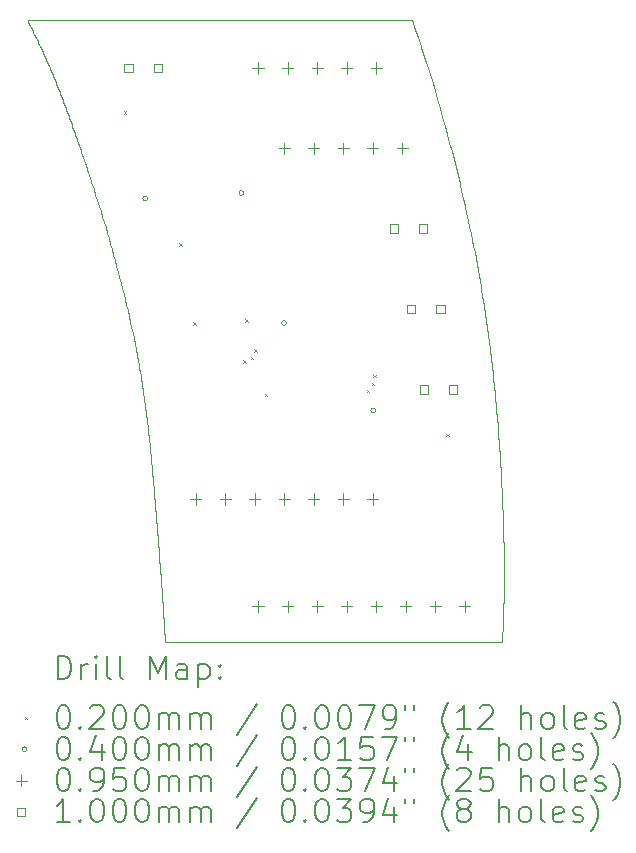
<source format=gbr>
%TF.GenerationSoftware,KiCad,Pcbnew,7.0.6*%
%TF.CreationDate,2023-07-13T14:38:41+02:00*%
%TF.ProjectId,RH_GripLogicBoard_FreeJoy,52485f47-7269-4704-9c6f-676963426f61,rev?*%
%TF.SameCoordinates,Original*%
%TF.FileFunction,Drillmap*%
%TF.FilePolarity,Positive*%
%FSLAX45Y45*%
G04 Gerber Fmt 4.5, Leading zero omitted, Abs format (unit mm)*
G04 Created by KiCad (PCBNEW 7.0.6) date 2023-07-13 14:38:41*
%MOMM*%
%LPD*%
G01*
G04 APERTURE LIST*
%ADD10C,0.100000*%
%ADD11C,0.200000*%
%ADD12C,0.020000*%
%ADD13C,0.040000*%
%ADD14C,0.095000*%
G04 APERTURE END LIST*
D10*
X5221382Y-1500000D02*
X5226238Y-1513965D01*
X5231079Y-1527936D01*
X5235905Y-1541912D01*
X5240717Y-1555893D01*
X5245514Y-1569879D01*
X5250297Y-1583870D01*
X5255065Y-1597866D01*
X5259818Y-1611866D01*
X5264556Y-1625871D01*
X5269280Y-1639880D01*
X5272421Y-1649223D01*
X2387609Y-2518496D02*
X2381768Y-2501710D01*
X2375872Y-2484825D01*
X2369923Y-2467850D01*
X2363922Y-2450794D01*
X2357874Y-2433664D01*
X2351778Y-2416470D01*
X2345638Y-2399219D01*
X2339456Y-2381921D01*
X2333233Y-2364584D01*
X2326973Y-2347216D01*
X2320676Y-2329825D01*
X2314346Y-2312421D01*
X2307984Y-2295011D01*
X2301593Y-2277605D01*
X2295174Y-2260210D01*
X2288730Y-2242835D01*
X2282263Y-2225489D01*
X2275775Y-2208180D01*
X2269268Y-2190917D01*
X2262745Y-2173708D01*
X2256207Y-2156561D01*
X2249656Y-2139485D01*
X2243096Y-2122489D01*
X2236527Y-2105581D01*
X2229952Y-2088769D01*
X2223374Y-2072062D01*
X2216793Y-2055468D01*
X2210214Y-2038997D01*
X2203637Y-2022656D01*
X2197064Y-2006453D01*
X2190499Y-1990399D01*
X2183942Y-1974500D01*
X5337876Y-1849037D02*
X5363294Y-1929450D01*
X5387897Y-2008897D01*
X5411697Y-2087354D01*
X5434709Y-2164798D01*
X5456947Y-2241206D01*
X5478424Y-2316553D01*
X5499154Y-2390817D01*
X5519150Y-2463974D01*
X5538427Y-2536001D01*
X5556998Y-2606874D01*
X5574877Y-2676569D01*
X5592078Y-2745064D01*
X5608615Y-2812335D01*
X5624500Y-2878358D01*
X5639749Y-2943110D01*
X5654374Y-3006567D01*
X5668390Y-3068706D01*
X5681810Y-3129503D01*
X5694648Y-3188936D01*
X5706917Y-3246980D01*
X5718632Y-3303612D01*
X5729807Y-3358809D01*
X5740454Y-3412547D01*
X5750588Y-3464803D01*
X5760223Y-3515553D01*
X5769372Y-3564774D01*
X5778049Y-3612442D01*
X5786268Y-3658534D01*
X5794042Y-3703027D01*
X5801385Y-3745896D01*
X5808312Y-3787119D01*
X5814835Y-3826672D01*
X5883126Y-4305763D02*
X5887260Y-4339788D01*
X5891308Y-4373841D01*
X5895272Y-4407921D01*
X5899150Y-4442026D01*
X5902945Y-4476154D01*
X5906657Y-4510305D01*
X5910286Y-4544475D01*
X5913833Y-4578665D01*
X5917299Y-4612872D01*
X5920685Y-4647094D01*
X5923991Y-4681330D01*
X5927218Y-4715579D01*
X5930367Y-4749838D01*
X5933437Y-4784107D01*
X5936431Y-4818383D01*
X5939348Y-4852666D01*
X5942189Y-4886953D01*
X5944956Y-4921242D01*
X5947647Y-4955533D01*
X5950266Y-4989824D01*
X5952811Y-5024112D01*
X5955283Y-5058397D01*
X5957684Y-5092677D01*
X5960014Y-5126951D01*
X5962273Y-5161216D01*
X5964463Y-5195471D01*
X5966584Y-5229714D01*
X5968636Y-5263945D01*
X5970621Y-5298161D01*
X5972539Y-5332361D01*
X5974390Y-5366543D01*
X5976176Y-5400705D01*
X3025974Y-5371256D02*
X3023191Y-5339729D01*
X3020372Y-5308300D01*
X3017513Y-5276965D01*
X3014609Y-5245716D01*
X3011659Y-5214548D01*
X3008658Y-5183454D01*
X3005602Y-5152429D01*
X3002488Y-5121465D01*
X2999312Y-5090558D01*
X2996072Y-5059700D01*
X2992763Y-5028886D01*
X2989381Y-4998109D01*
X2985924Y-4967364D01*
X2982388Y-4936643D01*
X2978769Y-4905942D01*
X2975063Y-4875253D01*
X2971267Y-4844571D01*
X2967378Y-4813890D01*
X2963392Y-4783203D01*
X2959305Y-4752504D01*
X2955114Y-4721786D01*
X2950816Y-4691045D01*
X2946406Y-4660273D01*
X2941881Y-4629465D01*
X2937238Y-4598614D01*
X2932473Y-4567715D01*
X2927582Y-4536760D01*
X2922562Y-4505744D01*
X2917410Y-4474661D01*
X2912122Y-4443505D01*
X2906694Y-4412268D01*
X2901123Y-4380946D01*
X5991815Y-5779622D02*
X5992309Y-5795468D01*
X5992844Y-5813104D01*
X5993411Y-5832346D01*
X5993705Y-5842510D01*
X5994003Y-5853005D01*
X5994304Y-5863808D01*
X5994608Y-5874896D01*
X5994913Y-5886244D01*
X5995218Y-5897830D01*
X5995522Y-5909631D01*
X5995824Y-5921622D01*
X5996123Y-5933781D01*
X5996417Y-5946085D01*
X5996705Y-5958509D01*
X5996986Y-5971031D01*
X5997259Y-5983628D01*
X5997523Y-5996275D01*
X5997777Y-6008950D01*
X5998019Y-6021629D01*
X5998248Y-6034288D01*
X5998464Y-6046906D01*
X5998664Y-6059457D01*
X5998849Y-6071920D01*
X5999016Y-6084270D01*
X5999165Y-6096484D01*
X5999294Y-6108538D01*
X5999402Y-6120410D01*
X5999488Y-6132077D01*
X5999551Y-6143513D01*
X2901123Y-4380946D02*
X2892468Y-4333654D01*
X2883525Y-4286372D01*
X2874302Y-4239103D01*
X2864803Y-4191848D01*
X2855035Y-4144611D01*
X2845003Y-4097395D01*
X2834715Y-4050203D01*
X2824174Y-4003036D01*
X2813389Y-3955898D01*
X2802363Y-3908792D01*
X2791104Y-3861720D01*
X2779616Y-3814684D01*
X2767907Y-3767689D01*
X2755982Y-3720735D01*
X2743847Y-3673827D01*
X2731507Y-3626966D01*
X2718969Y-3580156D01*
X2706239Y-3533399D01*
X2693322Y-3486698D01*
X2680225Y-3440056D01*
X2666953Y-3393475D01*
X2653513Y-3346958D01*
X2639909Y-3300507D01*
X2626149Y-3254126D01*
X2612237Y-3207818D01*
X2598181Y-3161584D01*
X2583985Y-3115428D01*
X2569657Y-3069352D01*
X2555200Y-3023359D01*
X2540623Y-2977452D01*
X2525930Y-2931634D01*
X2511127Y-2885907D01*
X3104263Y-6367101D02*
X3102492Y-6342277D01*
X3100619Y-6316283D01*
X3098651Y-6289195D01*
X3096593Y-6261091D01*
X3094451Y-6232046D01*
X3092230Y-6202136D01*
X3089938Y-6171439D01*
X3087578Y-6140030D01*
X3085158Y-6107985D01*
X3082683Y-6075382D01*
X3080158Y-6042296D01*
X3077590Y-6008804D01*
X3074984Y-5974983D01*
X3072346Y-5940907D01*
X3069682Y-5906655D01*
X3066998Y-5872302D01*
X3064298Y-5837924D01*
X3061590Y-5803599D01*
X3058879Y-5769402D01*
X3056170Y-5735409D01*
X3053470Y-5701697D01*
X3050784Y-5668343D01*
X3048117Y-5635423D01*
X3045477Y-5603013D01*
X3042868Y-5571189D01*
X3040297Y-5540028D01*
X3037768Y-5509606D01*
X3035288Y-5479999D01*
X3032863Y-5451285D01*
X3030499Y-5423539D01*
X3028200Y-5396837D01*
X3025974Y-5371256D01*
X5221382Y-1500000D02*
X1965873Y-1500000D01*
X2183942Y-1974500D02*
X2177660Y-1959396D01*
X2171341Y-1944326D01*
X2164983Y-1929288D01*
X2158588Y-1914281D01*
X2152157Y-1899303D01*
X2145689Y-1884352D01*
X2139184Y-1869427D01*
X2132644Y-1854526D01*
X2126069Y-1839648D01*
X2119458Y-1824791D01*
X2112813Y-1809953D01*
X2106133Y-1795133D01*
X2099419Y-1780329D01*
X2092671Y-1765540D01*
X2085890Y-1750764D01*
X2079077Y-1735999D01*
X2072230Y-1721244D01*
X2065352Y-1706497D01*
X2058441Y-1691756D01*
X2051500Y-1677021D01*
X2044527Y-1662289D01*
X2037523Y-1647559D01*
X2030489Y-1632828D01*
X2023424Y-1618097D01*
X2016331Y-1603362D01*
X2009207Y-1588623D01*
X2002055Y-1573877D01*
X1994874Y-1559124D01*
X1987665Y-1544361D01*
X1980429Y-1529587D01*
X1973164Y-1514801D01*
X1965873Y-1500000D01*
X5976176Y-5400705D02*
X5976779Y-5412532D01*
X5977375Y-5424362D01*
X5977963Y-5436194D01*
X5978543Y-5448029D01*
X5979117Y-5459865D01*
X5979683Y-5471703D01*
X5980241Y-5483542D01*
X5980792Y-5495383D01*
X5981335Y-5507226D01*
X5981871Y-5519070D01*
X5982400Y-5530914D01*
X5982921Y-5542760D01*
X5983435Y-5554606D01*
X5983941Y-5566453D01*
X5984441Y-5578300D01*
X5984932Y-5590148D01*
X5985417Y-5601995D01*
X5985894Y-5613843D01*
X5986364Y-5625690D01*
X5986827Y-5637538D01*
X5987282Y-5649384D01*
X5987730Y-5661230D01*
X5988171Y-5673075D01*
X5988605Y-5684920D01*
X5989031Y-5696763D01*
X5989450Y-5708605D01*
X5989862Y-5720446D01*
X5990267Y-5732285D01*
X5990665Y-5744122D01*
X5991055Y-5755957D01*
X5991439Y-5767791D01*
X5991815Y-5779622D01*
X2511127Y-2885907D02*
X2507382Y-2874405D01*
X2503620Y-2862874D01*
X2499840Y-2851316D01*
X2496044Y-2839734D01*
X2492233Y-2828131D01*
X2488408Y-2816511D01*
X2484571Y-2804876D01*
X2480721Y-2793230D01*
X2476861Y-2781576D01*
X2472992Y-2769916D01*
X2469113Y-2758255D01*
X2465228Y-2746595D01*
X2461336Y-2734940D01*
X2457438Y-2723292D01*
X2453537Y-2711654D01*
X2449632Y-2700031D01*
X2445725Y-2688424D01*
X2441818Y-2676838D01*
X2437910Y-2665275D01*
X2434003Y-2653738D01*
X2430099Y-2642231D01*
X2426198Y-2630756D01*
X2422302Y-2619317D01*
X2418411Y-2607917D01*
X2414526Y-2596559D01*
X2410649Y-2585246D01*
X2406781Y-2573982D01*
X2402923Y-2562769D01*
X2399075Y-2551611D01*
X2395240Y-2540511D01*
X2391417Y-2529471D01*
X2387609Y-2518496D01*
X5814835Y-3826672D02*
X5817263Y-3841589D01*
X5819671Y-3856511D01*
X5822059Y-3871438D01*
X5824428Y-3886369D01*
X5826777Y-3901305D01*
X5829107Y-3916246D01*
X5831418Y-3931191D01*
X5833710Y-3946140D01*
X5835982Y-3961094D01*
X5838236Y-3976051D01*
X5840470Y-3991012D01*
X5842685Y-4005976D01*
X5844882Y-4020943D01*
X5847060Y-4035914D01*
X5849219Y-4050888D01*
X5851359Y-4065865D01*
X5853481Y-4080845D01*
X5855585Y-4095827D01*
X5857669Y-4110812D01*
X5859736Y-4125799D01*
X5861784Y-4140788D01*
X5863814Y-4155779D01*
X5865826Y-4170771D01*
X5867820Y-4185766D01*
X5869795Y-4200762D01*
X5871753Y-4215759D01*
X5873693Y-4230758D01*
X5875615Y-4245758D01*
X5877519Y-4260758D01*
X5879406Y-4275759D01*
X5881274Y-4290761D01*
X5883126Y-4305763D01*
X3129812Y-6763231D02*
X3129106Y-6751070D01*
X3128394Y-6738898D01*
X3127677Y-6726714D01*
X3126954Y-6714518D01*
X3126225Y-6702311D01*
X3125490Y-6690090D01*
X3124749Y-6677857D01*
X3124003Y-6665611D01*
X3123251Y-6653351D01*
X3122492Y-6641078D01*
X3121728Y-6628792D01*
X3120958Y-6616491D01*
X3120182Y-6604175D01*
X3119399Y-6591846D01*
X3118611Y-6579501D01*
X3117817Y-6567141D01*
X3117016Y-6554765D01*
X3116210Y-6542374D01*
X3115397Y-6529967D01*
X3114578Y-6517544D01*
X3113753Y-6505104D01*
X3112922Y-6492648D01*
X3112085Y-6480174D01*
X3111241Y-6467683D01*
X3110391Y-6455175D01*
X3109535Y-6442649D01*
X3108672Y-6430104D01*
X3107803Y-6417541D01*
X3106928Y-6404960D01*
X3106046Y-6392360D01*
X3105158Y-6379740D01*
X3104263Y-6367101D01*
X5983166Y-6763231D02*
X3129812Y-6763231D01*
X5999551Y-6143513D02*
X5999613Y-6162063D01*
X5999629Y-6180602D01*
X5999601Y-6199131D01*
X5999530Y-6217653D01*
X5999416Y-6236169D01*
X5999262Y-6254680D01*
X5999068Y-6273190D01*
X5998835Y-6291699D01*
X5998563Y-6310209D01*
X5998255Y-6328722D01*
X5997911Y-6347240D01*
X5997532Y-6365765D01*
X5997119Y-6384298D01*
X5996673Y-6402842D01*
X5996195Y-6421397D01*
X5995686Y-6439966D01*
X5995686Y-6439966D02*
X5995256Y-6454886D01*
X5994806Y-6469805D01*
X5994341Y-6484692D01*
X5993860Y-6499517D01*
X5993368Y-6514248D01*
X5992865Y-6528854D01*
X5992354Y-6543305D01*
X5991838Y-6557569D01*
X5991317Y-6571615D01*
X5990795Y-6585413D01*
X5990273Y-6598930D01*
X5989754Y-6612137D01*
X5989239Y-6625002D01*
X5988731Y-6637495D01*
X5988232Y-6649583D01*
X5987744Y-6661236D01*
X5987269Y-6672424D01*
X5986810Y-6683114D01*
X5986368Y-6693277D01*
X5985544Y-6711894D01*
X5984815Y-6728027D01*
X5984198Y-6741428D01*
X5983710Y-6751848D01*
X5983189Y-6762755D01*
X5983166Y-6763231D01*
X5272421Y-1649223D02*
X5276595Y-1661670D01*
X5280758Y-1674122D01*
X5284909Y-1686580D01*
X5289050Y-1699043D01*
X5293179Y-1711512D01*
X5297298Y-1723986D01*
X5301405Y-1736466D01*
X5305502Y-1748951D01*
X5309587Y-1761442D01*
X5313661Y-1773938D01*
X5317725Y-1786440D01*
X5321777Y-1798948D01*
X5325818Y-1811462D01*
X5329848Y-1823981D01*
X5333868Y-1836506D01*
X5337876Y-1849037D01*
D11*
D12*
X2783000Y-2271000D02*
X2803000Y-2291000D01*
X2803000Y-2271000D02*
X2783000Y-2291000D01*
X3249550Y-3387000D02*
X3269550Y-3407000D01*
X3269550Y-3387000D02*
X3249550Y-3407000D01*
X3371000Y-4058000D02*
X3391000Y-4078000D01*
X3391000Y-4058000D02*
X3371000Y-4078000D01*
X3792000Y-4380000D02*
X3812000Y-4400000D01*
X3812000Y-4380000D02*
X3792000Y-4400000D01*
X3809000Y-4031000D02*
X3829000Y-4051000D01*
X3829000Y-4031000D02*
X3809000Y-4051000D01*
X3855129Y-4349870D02*
X3875129Y-4369870D01*
X3875129Y-4349870D02*
X3855129Y-4369870D01*
X3885864Y-4287034D02*
X3905864Y-4307034D01*
X3905864Y-4287034D02*
X3885864Y-4307034D01*
X3976000Y-4663000D02*
X3996000Y-4683000D01*
X3996000Y-4663000D02*
X3976000Y-4683000D01*
X4840032Y-4627450D02*
X4860032Y-4647450D01*
X4860032Y-4627450D02*
X4840032Y-4647450D01*
X4879089Y-4569419D02*
X4899089Y-4589419D01*
X4899089Y-4569419D02*
X4879089Y-4589419D01*
X4894264Y-4501134D02*
X4914264Y-4521134D01*
X4914264Y-4501134D02*
X4894264Y-4521134D01*
X5513000Y-4999000D02*
X5533000Y-5019000D01*
X5533000Y-4999000D02*
X5513000Y-5019000D01*
D13*
X2982000Y-3007000D02*
G75*
G03*
X2982000Y-3007000I-20000J0D01*
G01*
X3797000Y-2962000D02*
G75*
G03*
X3797000Y-2962000I-20000J0D01*
G01*
X4157000Y-4062000D02*
G75*
G03*
X4157000Y-4062000I-20000J0D01*
G01*
X4912000Y-4802000D02*
G75*
G03*
X4912000Y-4802000I-20000J0D01*
G01*
D14*
X3389000Y-5504500D02*
X3389000Y-5599500D01*
X3341500Y-5552000D02*
X3436500Y-5552000D01*
X3639000Y-5504500D02*
X3639000Y-5599500D01*
X3591500Y-5552000D02*
X3686500Y-5552000D01*
X3889000Y-5504500D02*
X3889000Y-5599500D01*
X3841500Y-5552000D02*
X3936500Y-5552000D01*
X3918000Y-1855500D02*
X3918000Y-1950500D01*
X3870500Y-1903000D02*
X3965500Y-1903000D01*
X3918000Y-6413500D02*
X3918000Y-6508500D01*
X3870500Y-6461000D02*
X3965500Y-6461000D01*
X4139000Y-2535500D02*
X4139000Y-2630500D01*
X4091500Y-2583000D02*
X4186500Y-2583000D01*
X4139000Y-5504500D02*
X4139000Y-5599500D01*
X4091500Y-5552000D02*
X4186500Y-5552000D01*
X4168000Y-1855500D02*
X4168000Y-1950500D01*
X4120500Y-1903000D02*
X4215500Y-1903000D01*
X4168000Y-6413500D02*
X4168000Y-6508500D01*
X4120500Y-6461000D02*
X4215500Y-6461000D01*
X4389000Y-2535500D02*
X4389000Y-2630500D01*
X4341500Y-2583000D02*
X4436500Y-2583000D01*
X4389000Y-5504500D02*
X4389000Y-5599500D01*
X4341500Y-5552000D02*
X4436500Y-5552000D01*
X4418000Y-1855500D02*
X4418000Y-1950500D01*
X4370500Y-1903000D02*
X4465500Y-1903000D01*
X4418000Y-6413500D02*
X4418000Y-6508500D01*
X4370500Y-6461000D02*
X4465500Y-6461000D01*
X4639000Y-2535500D02*
X4639000Y-2630500D01*
X4591500Y-2583000D02*
X4686500Y-2583000D01*
X4639000Y-5504500D02*
X4639000Y-5599500D01*
X4591500Y-5552000D02*
X4686500Y-5552000D01*
X4668000Y-1855500D02*
X4668000Y-1950500D01*
X4620500Y-1903000D02*
X4715500Y-1903000D01*
X4668000Y-6413500D02*
X4668000Y-6508500D01*
X4620500Y-6461000D02*
X4715500Y-6461000D01*
X4889000Y-2535500D02*
X4889000Y-2630500D01*
X4841500Y-2583000D02*
X4936500Y-2583000D01*
X4889000Y-5504500D02*
X4889000Y-5599500D01*
X4841500Y-5552000D02*
X4936500Y-5552000D01*
X4918000Y-1855500D02*
X4918000Y-1950500D01*
X4870500Y-1903000D02*
X4965500Y-1903000D01*
X4918000Y-6413500D02*
X4918000Y-6508500D01*
X4870500Y-6461000D02*
X4965500Y-6461000D01*
X5139000Y-2535500D02*
X5139000Y-2630500D01*
X5091500Y-2583000D02*
X5186500Y-2583000D01*
X5168000Y-6413500D02*
X5168000Y-6508500D01*
X5120500Y-6461000D02*
X5215500Y-6461000D01*
X5418000Y-6413500D02*
X5418000Y-6508500D01*
X5370500Y-6461000D02*
X5465500Y-6461000D01*
X5668000Y-6413500D02*
X5668000Y-6508500D01*
X5620500Y-6461000D02*
X5715500Y-6461000D01*
D10*
X2855356Y-1938856D02*
X2855356Y-1868144D01*
X2784644Y-1868144D01*
X2784644Y-1938856D01*
X2855356Y-1938856D01*
X3105356Y-1938856D02*
X3105356Y-1868144D01*
X3034644Y-1868144D01*
X3034644Y-1938856D01*
X3105356Y-1938856D01*
X5101356Y-3299356D02*
X5101356Y-3228644D01*
X5030644Y-3228644D01*
X5030644Y-3299356D01*
X5101356Y-3299356D01*
X5248356Y-3979356D02*
X5248356Y-3908644D01*
X5177644Y-3908644D01*
X5177644Y-3979356D01*
X5248356Y-3979356D01*
X5351356Y-3299356D02*
X5351356Y-3228644D01*
X5280644Y-3228644D01*
X5280644Y-3299356D01*
X5351356Y-3299356D01*
X5355356Y-4660356D02*
X5355356Y-4589644D01*
X5284644Y-4589644D01*
X5284644Y-4660356D01*
X5355356Y-4660356D01*
X5498356Y-3979356D02*
X5498356Y-3908644D01*
X5427644Y-3908644D01*
X5427644Y-3979356D01*
X5498356Y-3979356D01*
X5605356Y-4660356D02*
X5605356Y-4589644D01*
X5534644Y-4589644D01*
X5534644Y-4660356D01*
X5605356Y-4660356D01*
D11*
X2221650Y-7079714D02*
X2221650Y-6879714D01*
X2221650Y-6879714D02*
X2269269Y-6879714D01*
X2269269Y-6879714D02*
X2297840Y-6889238D01*
X2297840Y-6889238D02*
X2316888Y-6908286D01*
X2316888Y-6908286D02*
X2326412Y-6927333D01*
X2326412Y-6927333D02*
X2335935Y-6965429D01*
X2335935Y-6965429D02*
X2335935Y-6994000D01*
X2335935Y-6994000D02*
X2326412Y-7032095D01*
X2326412Y-7032095D02*
X2316888Y-7051143D01*
X2316888Y-7051143D02*
X2297840Y-7070191D01*
X2297840Y-7070191D02*
X2269269Y-7079714D01*
X2269269Y-7079714D02*
X2221650Y-7079714D01*
X2421650Y-7079714D02*
X2421650Y-6946381D01*
X2421650Y-6984476D02*
X2431173Y-6965429D01*
X2431173Y-6965429D02*
X2440697Y-6955905D01*
X2440697Y-6955905D02*
X2459745Y-6946381D01*
X2459745Y-6946381D02*
X2478793Y-6946381D01*
X2545459Y-7079714D02*
X2545459Y-6946381D01*
X2545459Y-6879714D02*
X2535935Y-6889238D01*
X2535935Y-6889238D02*
X2545459Y-6898762D01*
X2545459Y-6898762D02*
X2554983Y-6889238D01*
X2554983Y-6889238D02*
X2545459Y-6879714D01*
X2545459Y-6879714D02*
X2545459Y-6898762D01*
X2669269Y-7079714D02*
X2650221Y-7070191D01*
X2650221Y-7070191D02*
X2640697Y-7051143D01*
X2640697Y-7051143D02*
X2640697Y-6879714D01*
X2774031Y-7079714D02*
X2754983Y-7070191D01*
X2754983Y-7070191D02*
X2745459Y-7051143D01*
X2745459Y-7051143D02*
X2745459Y-6879714D01*
X3002602Y-7079714D02*
X3002602Y-6879714D01*
X3002602Y-6879714D02*
X3069269Y-7022572D01*
X3069269Y-7022572D02*
X3135935Y-6879714D01*
X3135935Y-6879714D02*
X3135935Y-7079714D01*
X3316888Y-7079714D02*
X3316888Y-6974953D01*
X3316888Y-6974953D02*
X3307364Y-6955905D01*
X3307364Y-6955905D02*
X3288316Y-6946381D01*
X3288316Y-6946381D02*
X3250221Y-6946381D01*
X3250221Y-6946381D02*
X3231173Y-6955905D01*
X3316888Y-7070191D02*
X3297840Y-7079714D01*
X3297840Y-7079714D02*
X3250221Y-7079714D01*
X3250221Y-7079714D02*
X3231173Y-7070191D01*
X3231173Y-7070191D02*
X3221650Y-7051143D01*
X3221650Y-7051143D02*
X3221650Y-7032095D01*
X3221650Y-7032095D02*
X3231173Y-7013048D01*
X3231173Y-7013048D02*
X3250221Y-7003524D01*
X3250221Y-7003524D02*
X3297840Y-7003524D01*
X3297840Y-7003524D02*
X3316888Y-6994000D01*
X3412126Y-6946381D02*
X3412126Y-7146381D01*
X3412126Y-6955905D02*
X3431173Y-6946381D01*
X3431173Y-6946381D02*
X3469269Y-6946381D01*
X3469269Y-6946381D02*
X3488316Y-6955905D01*
X3488316Y-6955905D02*
X3497840Y-6965429D01*
X3497840Y-6965429D02*
X3507364Y-6984476D01*
X3507364Y-6984476D02*
X3507364Y-7041619D01*
X3507364Y-7041619D02*
X3497840Y-7060667D01*
X3497840Y-7060667D02*
X3488316Y-7070191D01*
X3488316Y-7070191D02*
X3469269Y-7079714D01*
X3469269Y-7079714D02*
X3431173Y-7079714D01*
X3431173Y-7079714D02*
X3412126Y-7070191D01*
X3593078Y-7060667D02*
X3602602Y-7070191D01*
X3602602Y-7070191D02*
X3593078Y-7079714D01*
X3593078Y-7079714D02*
X3583554Y-7070191D01*
X3583554Y-7070191D02*
X3593078Y-7060667D01*
X3593078Y-7060667D02*
X3593078Y-7079714D01*
X3593078Y-6955905D02*
X3602602Y-6965429D01*
X3602602Y-6965429D02*
X3593078Y-6974953D01*
X3593078Y-6974953D02*
X3583554Y-6965429D01*
X3583554Y-6965429D02*
X3593078Y-6955905D01*
X3593078Y-6955905D02*
X3593078Y-6974953D01*
D12*
X1940873Y-7398231D02*
X1960873Y-7418231D01*
X1960873Y-7398231D02*
X1940873Y-7418231D01*
D11*
X2259745Y-7299714D02*
X2278793Y-7299714D01*
X2278793Y-7299714D02*
X2297840Y-7309238D01*
X2297840Y-7309238D02*
X2307364Y-7318762D01*
X2307364Y-7318762D02*
X2316888Y-7337810D01*
X2316888Y-7337810D02*
X2326412Y-7375905D01*
X2326412Y-7375905D02*
X2326412Y-7423524D01*
X2326412Y-7423524D02*
X2316888Y-7461619D01*
X2316888Y-7461619D02*
X2307364Y-7480667D01*
X2307364Y-7480667D02*
X2297840Y-7490191D01*
X2297840Y-7490191D02*
X2278793Y-7499714D01*
X2278793Y-7499714D02*
X2259745Y-7499714D01*
X2259745Y-7499714D02*
X2240697Y-7490191D01*
X2240697Y-7490191D02*
X2231173Y-7480667D01*
X2231173Y-7480667D02*
X2221650Y-7461619D01*
X2221650Y-7461619D02*
X2212126Y-7423524D01*
X2212126Y-7423524D02*
X2212126Y-7375905D01*
X2212126Y-7375905D02*
X2221650Y-7337810D01*
X2221650Y-7337810D02*
X2231173Y-7318762D01*
X2231173Y-7318762D02*
X2240697Y-7309238D01*
X2240697Y-7309238D02*
X2259745Y-7299714D01*
X2412126Y-7480667D02*
X2421650Y-7490191D01*
X2421650Y-7490191D02*
X2412126Y-7499714D01*
X2412126Y-7499714D02*
X2402602Y-7490191D01*
X2402602Y-7490191D02*
X2412126Y-7480667D01*
X2412126Y-7480667D02*
X2412126Y-7499714D01*
X2497840Y-7318762D02*
X2507364Y-7309238D01*
X2507364Y-7309238D02*
X2526412Y-7299714D01*
X2526412Y-7299714D02*
X2574031Y-7299714D01*
X2574031Y-7299714D02*
X2593078Y-7309238D01*
X2593078Y-7309238D02*
X2602602Y-7318762D01*
X2602602Y-7318762D02*
X2612126Y-7337810D01*
X2612126Y-7337810D02*
X2612126Y-7356857D01*
X2612126Y-7356857D02*
X2602602Y-7385429D01*
X2602602Y-7385429D02*
X2488316Y-7499714D01*
X2488316Y-7499714D02*
X2612126Y-7499714D01*
X2735935Y-7299714D02*
X2754983Y-7299714D01*
X2754983Y-7299714D02*
X2774031Y-7309238D01*
X2774031Y-7309238D02*
X2783554Y-7318762D01*
X2783554Y-7318762D02*
X2793078Y-7337810D01*
X2793078Y-7337810D02*
X2802602Y-7375905D01*
X2802602Y-7375905D02*
X2802602Y-7423524D01*
X2802602Y-7423524D02*
X2793078Y-7461619D01*
X2793078Y-7461619D02*
X2783554Y-7480667D01*
X2783554Y-7480667D02*
X2774031Y-7490191D01*
X2774031Y-7490191D02*
X2754983Y-7499714D01*
X2754983Y-7499714D02*
X2735935Y-7499714D01*
X2735935Y-7499714D02*
X2716888Y-7490191D01*
X2716888Y-7490191D02*
X2707364Y-7480667D01*
X2707364Y-7480667D02*
X2697840Y-7461619D01*
X2697840Y-7461619D02*
X2688316Y-7423524D01*
X2688316Y-7423524D02*
X2688316Y-7375905D01*
X2688316Y-7375905D02*
X2697840Y-7337810D01*
X2697840Y-7337810D02*
X2707364Y-7318762D01*
X2707364Y-7318762D02*
X2716888Y-7309238D01*
X2716888Y-7309238D02*
X2735935Y-7299714D01*
X2926411Y-7299714D02*
X2945459Y-7299714D01*
X2945459Y-7299714D02*
X2964507Y-7309238D01*
X2964507Y-7309238D02*
X2974031Y-7318762D01*
X2974031Y-7318762D02*
X2983554Y-7337810D01*
X2983554Y-7337810D02*
X2993078Y-7375905D01*
X2993078Y-7375905D02*
X2993078Y-7423524D01*
X2993078Y-7423524D02*
X2983554Y-7461619D01*
X2983554Y-7461619D02*
X2974031Y-7480667D01*
X2974031Y-7480667D02*
X2964507Y-7490191D01*
X2964507Y-7490191D02*
X2945459Y-7499714D01*
X2945459Y-7499714D02*
X2926411Y-7499714D01*
X2926411Y-7499714D02*
X2907364Y-7490191D01*
X2907364Y-7490191D02*
X2897840Y-7480667D01*
X2897840Y-7480667D02*
X2888316Y-7461619D01*
X2888316Y-7461619D02*
X2878792Y-7423524D01*
X2878792Y-7423524D02*
X2878792Y-7375905D01*
X2878792Y-7375905D02*
X2888316Y-7337810D01*
X2888316Y-7337810D02*
X2897840Y-7318762D01*
X2897840Y-7318762D02*
X2907364Y-7309238D01*
X2907364Y-7309238D02*
X2926411Y-7299714D01*
X3078792Y-7499714D02*
X3078792Y-7366381D01*
X3078792Y-7385429D02*
X3088316Y-7375905D01*
X3088316Y-7375905D02*
X3107364Y-7366381D01*
X3107364Y-7366381D02*
X3135935Y-7366381D01*
X3135935Y-7366381D02*
X3154983Y-7375905D01*
X3154983Y-7375905D02*
X3164507Y-7394953D01*
X3164507Y-7394953D02*
X3164507Y-7499714D01*
X3164507Y-7394953D02*
X3174031Y-7375905D01*
X3174031Y-7375905D02*
X3193078Y-7366381D01*
X3193078Y-7366381D02*
X3221650Y-7366381D01*
X3221650Y-7366381D02*
X3240697Y-7375905D01*
X3240697Y-7375905D02*
X3250221Y-7394953D01*
X3250221Y-7394953D02*
X3250221Y-7499714D01*
X3345459Y-7499714D02*
X3345459Y-7366381D01*
X3345459Y-7385429D02*
X3354983Y-7375905D01*
X3354983Y-7375905D02*
X3374031Y-7366381D01*
X3374031Y-7366381D02*
X3402602Y-7366381D01*
X3402602Y-7366381D02*
X3421650Y-7375905D01*
X3421650Y-7375905D02*
X3431173Y-7394953D01*
X3431173Y-7394953D02*
X3431173Y-7499714D01*
X3431173Y-7394953D02*
X3440697Y-7375905D01*
X3440697Y-7375905D02*
X3459745Y-7366381D01*
X3459745Y-7366381D02*
X3488316Y-7366381D01*
X3488316Y-7366381D02*
X3507364Y-7375905D01*
X3507364Y-7375905D02*
X3516888Y-7394953D01*
X3516888Y-7394953D02*
X3516888Y-7499714D01*
X3907364Y-7290191D02*
X3735935Y-7547333D01*
X4164507Y-7299714D02*
X4183555Y-7299714D01*
X4183555Y-7299714D02*
X4202602Y-7309238D01*
X4202602Y-7309238D02*
X4212126Y-7318762D01*
X4212126Y-7318762D02*
X4221650Y-7337810D01*
X4221650Y-7337810D02*
X4231174Y-7375905D01*
X4231174Y-7375905D02*
X4231174Y-7423524D01*
X4231174Y-7423524D02*
X4221650Y-7461619D01*
X4221650Y-7461619D02*
X4212126Y-7480667D01*
X4212126Y-7480667D02*
X4202602Y-7490191D01*
X4202602Y-7490191D02*
X4183555Y-7499714D01*
X4183555Y-7499714D02*
X4164507Y-7499714D01*
X4164507Y-7499714D02*
X4145459Y-7490191D01*
X4145459Y-7490191D02*
X4135935Y-7480667D01*
X4135935Y-7480667D02*
X4126412Y-7461619D01*
X4126412Y-7461619D02*
X4116888Y-7423524D01*
X4116888Y-7423524D02*
X4116888Y-7375905D01*
X4116888Y-7375905D02*
X4126412Y-7337810D01*
X4126412Y-7337810D02*
X4135935Y-7318762D01*
X4135935Y-7318762D02*
X4145459Y-7309238D01*
X4145459Y-7309238D02*
X4164507Y-7299714D01*
X4316888Y-7480667D02*
X4326412Y-7490191D01*
X4326412Y-7490191D02*
X4316888Y-7499714D01*
X4316888Y-7499714D02*
X4307364Y-7490191D01*
X4307364Y-7490191D02*
X4316888Y-7480667D01*
X4316888Y-7480667D02*
X4316888Y-7499714D01*
X4450221Y-7299714D02*
X4469269Y-7299714D01*
X4469269Y-7299714D02*
X4488317Y-7309238D01*
X4488317Y-7309238D02*
X4497840Y-7318762D01*
X4497840Y-7318762D02*
X4507364Y-7337810D01*
X4507364Y-7337810D02*
X4516888Y-7375905D01*
X4516888Y-7375905D02*
X4516888Y-7423524D01*
X4516888Y-7423524D02*
X4507364Y-7461619D01*
X4507364Y-7461619D02*
X4497840Y-7480667D01*
X4497840Y-7480667D02*
X4488317Y-7490191D01*
X4488317Y-7490191D02*
X4469269Y-7499714D01*
X4469269Y-7499714D02*
X4450221Y-7499714D01*
X4450221Y-7499714D02*
X4431174Y-7490191D01*
X4431174Y-7490191D02*
X4421650Y-7480667D01*
X4421650Y-7480667D02*
X4412126Y-7461619D01*
X4412126Y-7461619D02*
X4402602Y-7423524D01*
X4402602Y-7423524D02*
X4402602Y-7375905D01*
X4402602Y-7375905D02*
X4412126Y-7337810D01*
X4412126Y-7337810D02*
X4421650Y-7318762D01*
X4421650Y-7318762D02*
X4431174Y-7309238D01*
X4431174Y-7309238D02*
X4450221Y-7299714D01*
X4640697Y-7299714D02*
X4659745Y-7299714D01*
X4659745Y-7299714D02*
X4678793Y-7309238D01*
X4678793Y-7309238D02*
X4688317Y-7318762D01*
X4688317Y-7318762D02*
X4697840Y-7337810D01*
X4697840Y-7337810D02*
X4707364Y-7375905D01*
X4707364Y-7375905D02*
X4707364Y-7423524D01*
X4707364Y-7423524D02*
X4697840Y-7461619D01*
X4697840Y-7461619D02*
X4688317Y-7480667D01*
X4688317Y-7480667D02*
X4678793Y-7490191D01*
X4678793Y-7490191D02*
X4659745Y-7499714D01*
X4659745Y-7499714D02*
X4640697Y-7499714D01*
X4640697Y-7499714D02*
X4621650Y-7490191D01*
X4621650Y-7490191D02*
X4612126Y-7480667D01*
X4612126Y-7480667D02*
X4602602Y-7461619D01*
X4602602Y-7461619D02*
X4593078Y-7423524D01*
X4593078Y-7423524D02*
X4593078Y-7375905D01*
X4593078Y-7375905D02*
X4602602Y-7337810D01*
X4602602Y-7337810D02*
X4612126Y-7318762D01*
X4612126Y-7318762D02*
X4621650Y-7309238D01*
X4621650Y-7309238D02*
X4640697Y-7299714D01*
X4774031Y-7299714D02*
X4907364Y-7299714D01*
X4907364Y-7299714D02*
X4821650Y-7499714D01*
X4993078Y-7499714D02*
X5031174Y-7499714D01*
X5031174Y-7499714D02*
X5050221Y-7490191D01*
X5050221Y-7490191D02*
X5059745Y-7480667D01*
X5059745Y-7480667D02*
X5078793Y-7452095D01*
X5078793Y-7452095D02*
X5088317Y-7414000D01*
X5088317Y-7414000D02*
X5088317Y-7337810D01*
X5088317Y-7337810D02*
X5078793Y-7318762D01*
X5078793Y-7318762D02*
X5069269Y-7309238D01*
X5069269Y-7309238D02*
X5050221Y-7299714D01*
X5050221Y-7299714D02*
X5012126Y-7299714D01*
X5012126Y-7299714D02*
X4993078Y-7309238D01*
X4993078Y-7309238D02*
X4983555Y-7318762D01*
X4983555Y-7318762D02*
X4974031Y-7337810D01*
X4974031Y-7337810D02*
X4974031Y-7385429D01*
X4974031Y-7385429D02*
X4983555Y-7404476D01*
X4983555Y-7404476D02*
X4993078Y-7414000D01*
X4993078Y-7414000D02*
X5012126Y-7423524D01*
X5012126Y-7423524D02*
X5050221Y-7423524D01*
X5050221Y-7423524D02*
X5069269Y-7414000D01*
X5069269Y-7414000D02*
X5078793Y-7404476D01*
X5078793Y-7404476D02*
X5088317Y-7385429D01*
X5164507Y-7299714D02*
X5164507Y-7337810D01*
X5240698Y-7299714D02*
X5240698Y-7337810D01*
X5535936Y-7575905D02*
X5526412Y-7566381D01*
X5526412Y-7566381D02*
X5507364Y-7537810D01*
X5507364Y-7537810D02*
X5497840Y-7518762D01*
X5497840Y-7518762D02*
X5488317Y-7490191D01*
X5488317Y-7490191D02*
X5478793Y-7442572D01*
X5478793Y-7442572D02*
X5478793Y-7404476D01*
X5478793Y-7404476D02*
X5488317Y-7356857D01*
X5488317Y-7356857D02*
X5497840Y-7328286D01*
X5497840Y-7328286D02*
X5507364Y-7309238D01*
X5507364Y-7309238D02*
X5526412Y-7280667D01*
X5526412Y-7280667D02*
X5535936Y-7271143D01*
X5716888Y-7499714D02*
X5602602Y-7499714D01*
X5659745Y-7499714D02*
X5659745Y-7299714D01*
X5659745Y-7299714D02*
X5640697Y-7328286D01*
X5640697Y-7328286D02*
X5621650Y-7347333D01*
X5621650Y-7347333D02*
X5602602Y-7356857D01*
X5793078Y-7318762D02*
X5802602Y-7309238D01*
X5802602Y-7309238D02*
X5821650Y-7299714D01*
X5821650Y-7299714D02*
X5869269Y-7299714D01*
X5869269Y-7299714D02*
X5888317Y-7309238D01*
X5888317Y-7309238D02*
X5897840Y-7318762D01*
X5897840Y-7318762D02*
X5907364Y-7337810D01*
X5907364Y-7337810D02*
X5907364Y-7356857D01*
X5907364Y-7356857D02*
X5897840Y-7385429D01*
X5897840Y-7385429D02*
X5783555Y-7499714D01*
X5783555Y-7499714D02*
X5907364Y-7499714D01*
X6145459Y-7499714D02*
X6145459Y-7299714D01*
X6231174Y-7499714D02*
X6231174Y-7394953D01*
X6231174Y-7394953D02*
X6221650Y-7375905D01*
X6221650Y-7375905D02*
X6202602Y-7366381D01*
X6202602Y-7366381D02*
X6174031Y-7366381D01*
X6174031Y-7366381D02*
X6154983Y-7375905D01*
X6154983Y-7375905D02*
X6145459Y-7385429D01*
X6354983Y-7499714D02*
X6335936Y-7490191D01*
X6335936Y-7490191D02*
X6326412Y-7480667D01*
X6326412Y-7480667D02*
X6316888Y-7461619D01*
X6316888Y-7461619D02*
X6316888Y-7404476D01*
X6316888Y-7404476D02*
X6326412Y-7385429D01*
X6326412Y-7385429D02*
X6335936Y-7375905D01*
X6335936Y-7375905D02*
X6354983Y-7366381D01*
X6354983Y-7366381D02*
X6383555Y-7366381D01*
X6383555Y-7366381D02*
X6402602Y-7375905D01*
X6402602Y-7375905D02*
X6412126Y-7385429D01*
X6412126Y-7385429D02*
X6421650Y-7404476D01*
X6421650Y-7404476D02*
X6421650Y-7461619D01*
X6421650Y-7461619D02*
X6412126Y-7480667D01*
X6412126Y-7480667D02*
X6402602Y-7490191D01*
X6402602Y-7490191D02*
X6383555Y-7499714D01*
X6383555Y-7499714D02*
X6354983Y-7499714D01*
X6535936Y-7499714D02*
X6516888Y-7490191D01*
X6516888Y-7490191D02*
X6507364Y-7471143D01*
X6507364Y-7471143D02*
X6507364Y-7299714D01*
X6688317Y-7490191D02*
X6669269Y-7499714D01*
X6669269Y-7499714D02*
X6631174Y-7499714D01*
X6631174Y-7499714D02*
X6612126Y-7490191D01*
X6612126Y-7490191D02*
X6602602Y-7471143D01*
X6602602Y-7471143D02*
X6602602Y-7394953D01*
X6602602Y-7394953D02*
X6612126Y-7375905D01*
X6612126Y-7375905D02*
X6631174Y-7366381D01*
X6631174Y-7366381D02*
X6669269Y-7366381D01*
X6669269Y-7366381D02*
X6688317Y-7375905D01*
X6688317Y-7375905D02*
X6697840Y-7394953D01*
X6697840Y-7394953D02*
X6697840Y-7414000D01*
X6697840Y-7414000D02*
X6602602Y-7433048D01*
X6774031Y-7490191D02*
X6793079Y-7499714D01*
X6793079Y-7499714D02*
X6831174Y-7499714D01*
X6831174Y-7499714D02*
X6850221Y-7490191D01*
X6850221Y-7490191D02*
X6859745Y-7471143D01*
X6859745Y-7471143D02*
X6859745Y-7461619D01*
X6859745Y-7461619D02*
X6850221Y-7442572D01*
X6850221Y-7442572D02*
X6831174Y-7433048D01*
X6831174Y-7433048D02*
X6802602Y-7433048D01*
X6802602Y-7433048D02*
X6783555Y-7423524D01*
X6783555Y-7423524D02*
X6774031Y-7404476D01*
X6774031Y-7404476D02*
X6774031Y-7394953D01*
X6774031Y-7394953D02*
X6783555Y-7375905D01*
X6783555Y-7375905D02*
X6802602Y-7366381D01*
X6802602Y-7366381D02*
X6831174Y-7366381D01*
X6831174Y-7366381D02*
X6850221Y-7375905D01*
X6926412Y-7575905D02*
X6935936Y-7566381D01*
X6935936Y-7566381D02*
X6954983Y-7537810D01*
X6954983Y-7537810D02*
X6964507Y-7518762D01*
X6964507Y-7518762D02*
X6974031Y-7490191D01*
X6974031Y-7490191D02*
X6983555Y-7442572D01*
X6983555Y-7442572D02*
X6983555Y-7404476D01*
X6983555Y-7404476D02*
X6974031Y-7356857D01*
X6974031Y-7356857D02*
X6964507Y-7328286D01*
X6964507Y-7328286D02*
X6954983Y-7309238D01*
X6954983Y-7309238D02*
X6935936Y-7280667D01*
X6935936Y-7280667D02*
X6926412Y-7271143D01*
D13*
X1960873Y-7672231D02*
G75*
G03*
X1960873Y-7672231I-20000J0D01*
G01*
D11*
X2259745Y-7563714D02*
X2278793Y-7563714D01*
X2278793Y-7563714D02*
X2297840Y-7573238D01*
X2297840Y-7573238D02*
X2307364Y-7582762D01*
X2307364Y-7582762D02*
X2316888Y-7601810D01*
X2316888Y-7601810D02*
X2326412Y-7639905D01*
X2326412Y-7639905D02*
X2326412Y-7687524D01*
X2326412Y-7687524D02*
X2316888Y-7725619D01*
X2316888Y-7725619D02*
X2307364Y-7744667D01*
X2307364Y-7744667D02*
X2297840Y-7754191D01*
X2297840Y-7754191D02*
X2278793Y-7763714D01*
X2278793Y-7763714D02*
X2259745Y-7763714D01*
X2259745Y-7763714D02*
X2240697Y-7754191D01*
X2240697Y-7754191D02*
X2231173Y-7744667D01*
X2231173Y-7744667D02*
X2221650Y-7725619D01*
X2221650Y-7725619D02*
X2212126Y-7687524D01*
X2212126Y-7687524D02*
X2212126Y-7639905D01*
X2212126Y-7639905D02*
X2221650Y-7601810D01*
X2221650Y-7601810D02*
X2231173Y-7582762D01*
X2231173Y-7582762D02*
X2240697Y-7573238D01*
X2240697Y-7573238D02*
X2259745Y-7563714D01*
X2412126Y-7744667D02*
X2421650Y-7754191D01*
X2421650Y-7754191D02*
X2412126Y-7763714D01*
X2412126Y-7763714D02*
X2402602Y-7754191D01*
X2402602Y-7754191D02*
X2412126Y-7744667D01*
X2412126Y-7744667D02*
X2412126Y-7763714D01*
X2593078Y-7630381D02*
X2593078Y-7763714D01*
X2545459Y-7554191D02*
X2497840Y-7697048D01*
X2497840Y-7697048D02*
X2621650Y-7697048D01*
X2735935Y-7563714D02*
X2754983Y-7563714D01*
X2754983Y-7563714D02*
X2774031Y-7573238D01*
X2774031Y-7573238D02*
X2783554Y-7582762D01*
X2783554Y-7582762D02*
X2793078Y-7601810D01*
X2793078Y-7601810D02*
X2802602Y-7639905D01*
X2802602Y-7639905D02*
X2802602Y-7687524D01*
X2802602Y-7687524D02*
X2793078Y-7725619D01*
X2793078Y-7725619D02*
X2783554Y-7744667D01*
X2783554Y-7744667D02*
X2774031Y-7754191D01*
X2774031Y-7754191D02*
X2754983Y-7763714D01*
X2754983Y-7763714D02*
X2735935Y-7763714D01*
X2735935Y-7763714D02*
X2716888Y-7754191D01*
X2716888Y-7754191D02*
X2707364Y-7744667D01*
X2707364Y-7744667D02*
X2697840Y-7725619D01*
X2697840Y-7725619D02*
X2688316Y-7687524D01*
X2688316Y-7687524D02*
X2688316Y-7639905D01*
X2688316Y-7639905D02*
X2697840Y-7601810D01*
X2697840Y-7601810D02*
X2707364Y-7582762D01*
X2707364Y-7582762D02*
X2716888Y-7573238D01*
X2716888Y-7573238D02*
X2735935Y-7563714D01*
X2926411Y-7563714D02*
X2945459Y-7563714D01*
X2945459Y-7563714D02*
X2964507Y-7573238D01*
X2964507Y-7573238D02*
X2974031Y-7582762D01*
X2974031Y-7582762D02*
X2983554Y-7601810D01*
X2983554Y-7601810D02*
X2993078Y-7639905D01*
X2993078Y-7639905D02*
X2993078Y-7687524D01*
X2993078Y-7687524D02*
X2983554Y-7725619D01*
X2983554Y-7725619D02*
X2974031Y-7744667D01*
X2974031Y-7744667D02*
X2964507Y-7754191D01*
X2964507Y-7754191D02*
X2945459Y-7763714D01*
X2945459Y-7763714D02*
X2926411Y-7763714D01*
X2926411Y-7763714D02*
X2907364Y-7754191D01*
X2907364Y-7754191D02*
X2897840Y-7744667D01*
X2897840Y-7744667D02*
X2888316Y-7725619D01*
X2888316Y-7725619D02*
X2878792Y-7687524D01*
X2878792Y-7687524D02*
X2878792Y-7639905D01*
X2878792Y-7639905D02*
X2888316Y-7601810D01*
X2888316Y-7601810D02*
X2897840Y-7582762D01*
X2897840Y-7582762D02*
X2907364Y-7573238D01*
X2907364Y-7573238D02*
X2926411Y-7563714D01*
X3078792Y-7763714D02*
X3078792Y-7630381D01*
X3078792Y-7649429D02*
X3088316Y-7639905D01*
X3088316Y-7639905D02*
X3107364Y-7630381D01*
X3107364Y-7630381D02*
X3135935Y-7630381D01*
X3135935Y-7630381D02*
X3154983Y-7639905D01*
X3154983Y-7639905D02*
X3164507Y-7658953D01*
X3164507Y-7658953D02*
X3164507Y-7763714D01*
X3164507Y-7658953D02*
X3174031Y-7639905D01*
X3174031Y-7639905D02*
X3193078Y-7630381D01*
X3193078Y-7630381D02*
X3221650Y-7630381D01*
X3221650Y-7630381D02*
X3240697Y-7639905D01*
X3240697Y-7639905D02*
X3250221Y-7658953D01*
X3250221Y-7658953D02*
X3250221Y-7763714D01*
X3345459Y-7763714D02*
X3345459Y-7630381D01*
X3345459Y-7649429D02*
X3354983Y-7639905D01*
X3354983Y-7639905D02*
X3374031Y-7630381D01*
X3374031Y-7630381D02*
X3402602Y-7630381D01*
X3402602Y-7630381D02*
X3421650Y-7639905D01*
X3421650Y-7639905D02*
X3431173Y-7658953D01*
X3431173Y-7658953D02*
X3431173Y-7763714D01*
X3431173Y-7658953D02*
X3440697Y-7639905D01*
X3440697Y-7639905D02*
X3459745Y-7630381D01*
X3459745Y-7630381D02*
X3488316Y-7630381D01*
X3488316Y-7630381D02*
X3507364Y-7639905D01*
X3507364Y-7639905D02*
X3516888Y-7658953D01*
X3516888Y-7658953D02*
X3516888Y-7763714D01*
X3907364Y-7554191D02*
X3735935Y-7811333D01*
X4164507Y-7563714D02*
X4183555Y-7563714D01*
X4183555Y-7563714D02*
X4202602Y-7573238D01*
X4202602Y-7573238D02*
X4212126Y-7582762D01*
X4212126Y-7582762D02*
X4221650Y-7601810D01*
X4221650Y-7601810D02*
X4231174Y-7639905D01*
X4231174Y-7639905D02*
X4231174Y-7687524D01*
X4231174Y-7687524D02*
X4221650Y-7725619D01*
X4221650Y-7725619D02*
X4212126Y-7744667D01*
X4212126Y-7744667D02*
X4202602Y-7754191D01*
X4202602Y-7754191D02*
X4183555Y-7763714D01*
X4183555Y-7763714D02*
X4164507Y-7763714D01*
X4164507Y-7763714D02*
X4145459Y-7754191D01*
X4145459Y-7754191D02*
X4135935Y-7744667D01*
X4135935Y-7744667D02*
X4126412Y-7725619D01*
X4126412Y-7725619D02*
X4116888Y-7687524D01*
X4116888Y-7687524D02*
X4116888Y-7639905D01*
X4116888Y-7639905D02*
X4126412Y-7601810D01*
X4126412Y-7601810D02*
X4135935Y-7582762D01*
X4135935Y-7582762D02*
X4145459Y-7573238D01*
X4145459Y-7573238D02*
X4164507Y-7563714D01*
X4316888Y-7744667D02*
X4326412Y-7754191D01*
X4326412Y-7754191D02*
X4316888Y-7763714D01*
X4316888Y-7763714D02*
X4307364Y-7754191D01*
X4307364Y-7754191D02*
X4316888Y-7744667D01*
X4316888Y-7744667D02*
X4316888Y-7763714D01*
X4450221Y-7563714D02*
X4469269Y-7563714D01*
X4469269Y-7563714D02*
X4488317Y-7573238D01*
X4488317Y-7573238D02*
X4497840Y-7582762D01*
X4497840Y-7582762D02*
X4507364Y-7601810D01*
X4507364Y-7601810D02*
X4516888Y-7639905D01*
X4516888Y-7639905D02*
X4516888Y-7687524D01*
X4516888Y-7687524D02*
X4507364Y-7725619D01*
X4507364Y-7725619D02*
X4497840Y-7744667D01*
X4497840Y-7744667D02*
X4488317Y-7754191D01*
X4488317Y-7754191D02*
X4469269Y-7763714D01*
X4469269Y-7763714D02*
X4450221Y-7763714D01*
X4450221Y-7763714D02*
X4431174Y-7754191D01*
X4431174Y-7754191D02*
X4421650Y-7744667D01*
X4421650Y-7744667D02*
X4412126Y-7725619D01*
X4412126Y-7725619D02*
X4402602Y-7687524D01*
X4402602Y-7687524D02*
X4402602Y-7639905D01*
X4402602Y-7639905D02*
X4412126Y-7601810D01*
X4412126Y-7601810D02*
X4421650Y-7582762D01*
X4421650Y-7582762D02*
X4431174Y-7573238D01*
X4431174Y-7573238D02*
X4450221Y-7563714D01*
X4707364Y-7763714D02*
X4593078Y-7763714D01*
X4650221Y-7763714D02*
X4650221Y-7563714D01*
X4650221Y-7563714D02*
X4631174Y-7592286D01*
X4631174Y-7592286D02*
X4612126Y-7611333D01*
X4612126Y-7611333D02*
X4593078Y-7620857D01*
X4888317Y-7563714D02*
X4793078Y-7563714D01*
X4793078Y-7563714D02*
X4783555Y-7658953D01*
X4783555Y-7658953D02*
X4793078Y-7649429D01*
X4793078Y-7649429D02*
X4812126Y-7639905D01*
X4812126Y-7639905D02*
X4859745Y-7639905D01*
X4859745Y-7639905D02*
X4878793Y-7649429D01*
X4878793Y-7649429D02*
X4888317Y-7658953D01*
X4888317Y-7658953D02*
X4897840Y-7678000D01*
X4897840Y-7678000D02*
X4897840Y-7725619D01*
X4897840Y-7725619D02*
X4888317Y-7744667D01*
X4888317Y-7744667D02*
X4878793Y-7754191D01*
X4878793Y-7754191D02*
X4859745Y-7763714D01*
X4859745Y-7763714D02*
X4812126Y-7763714D01*
X4812126Y-7763714D02*
X4793078Y-7754191D01*
X4793078Y-7754191D02*
X4783555Y-7744667D01*
X4964507Y-7563714D02*
X5097840Y-7563714D01*
X5097840Y-7563714D02*
X5012126Y-7763714D01*
X5164507Y-7563714D02*
X5164507Y-7601810D01*
X5240698Y-7563714D02*
X5240698Y-7601810D01*
X5535936Y-7839905D02*
X5526412Y-7830381D01*
X5526412Y-7830381D02*
X5507364Y-7801810D01*
X5507364Y-7801810D02*
X5497840Y-7782762D01*
X5497840Y-7782762D02*
X5488317Y-7754191D01*
X5488317Y-7754191D02*
X5478793Y-7706572D01*
X5478793Y-7706572D02*
X5478793Y-7668476D01*
X5478793Y-7668476D02*
X5488317Y-7620857D01*
X5488317Y-7620857D02*
X5497840Y-7592286D01*
X5497840Y-7592286D02*
X5507364Y-7573238D01*
X5507364Y-7573238D02*
X5526412Y-7544667D01*
X5526412Y-7544667D02*
X5535936Y-7535143D01*
X5697840Y-7630381D02*
X5697840Y-7763714D01*
X5650221Y-7554191D02*
X5602602Y-7697048D01*
X5602602Y-7697048D02*
X5726412Y-7697048D01*
X5954983Y-7763714D02*
X5954983Y-7563714D01*
X6040698Y-7763714D02*
X6040698Y-7658953D01*
X6040698Y-7658953D02*
X6031174Y-7639905D01*
X6031174Y-7639905D02*
X6012126Y-7630381D01*
X6012126Y-7630381D02*
X5983555Y-7630381D01*
X5983555Y-7630381D02*
X5964507Y-7639905D01*
X5964507Y-7639905D02*
X5954983Y-7649429D01*
X6164507Y-7763714D02*
X6145459Y-7754191D01*
X6145459Y-7754191D02*
X6135936Y-7744667D01*
X6135936Y-7744667D02*
X6126412Y-7725619D01*
X6126412Y-7725619D02*
X6126412Y-7668476D01*
X6126412Y-7668476D02*
X6135936Y-7649429D01*
X6135936Y-7649429D02*
X6145459Y-7639905D01*
X6145459Y-7639905D02*
X6164507Y-7630381D01*
X6164507Y-7630381D02*
X6193079Y-7630381D01*
X6193079Y-7630381D02*
X6212126Y-7639905D01*
X6212126Y-7639905D02*
X6221650Y-7649429D01*
X6221650Y-7649429D02*
X6231174Y-7668476D01*
X6231174Y-7668476D02*
X6231174Y-7725619D01*
X6231174Y-7725619D02*
X6221650Y-7744667D01*
X6221650Y-7744667D02*
X6212126Y-7754191D01*
X6212126Y-7754191D02*
X6193079Y-7763714D01*
X6193079Y-7763714D02*
X6164507Y-7763714D01*
X6345459Y-7763714D02*
X6326412Y-7754191D01*
X6326412Y-7754191D02*
X6316888Y-7735143D01*
X6316888Y-7735143D02*
X6316888Y-7563714D01*
X6497840Y-7754191D02*
X6478793Y-7763714D01*
X6478793Y-7763714D02*
X6440698Y-7763714D01*
X6440698Y-7763714D02*
X6421650Y-7754191D01*
X6421650Y-7754191D02*
X6412126Y-7735143D01*
X6412126Y-7735143D02*
X6412126Y-7658953D01*
X6412126Y-7658953D02*
X6421650Y-7639905D01*
X6421650Y-7639905D02*
X6440698Y-7630381D01*
X6440698Y-7630381D02*
X6478793Y-7630381D01*
X6478793Y-7630381D02*
X6497840Y-7639905D01*
X6497840Y-7639905D02*
X6507364Y-7658953D01*
X6507364Y-7658953D02*
X6507364Y-7678000D01*
X6507364Y-7678000D02*
X6412126Y-7697048D01*
X6583555Y-7754191D02*
X6602602Y-7763714D01*
X6602602Y-7763714D02*
X6640698Y-7763714D01*
X6640698Y-7763714D02*
X6659745Y-7754191D01*
X6659745Y-7754191D02*
X6669269Y-7735143D01*
X6669269Y-7735143D02*
X6669269Y-7725619D01*
X6669269Y-7725619D02*
X6659745Y-7706572D01*
X6659745Y-7706572D02*
X6640698Y-7697048D01*
X6640698Y-7697048D02*
X6612126Y-7697048D01*
X6612126Y-7697048D02*
X6593079Y-7687524D01*
X6593079Y-7687524D02*
X6583555Y-7668476D01*
X6583555Y-7668476D02*
X6583555Y-7658953D01*
X6583555Y-7658953D02*
X6593079Y-7639905D01*
X6593079Y-7639905D02*
X6612126Y-7630381D01*
X6612126Y-7630381D02*
X6640698Y-7630381D01*
X6640698Y-7630381D02*
X6659745Y-7639905D01*
X6735936Y-7839905D02*
X6745460Y-7830381D01*
X6745460Y-7830381D02*
X6764507Y-7801810D01*
X6764507Y-7801810D02*
X6774031Y-7782762D01*
X6774031Y-7782762D02*
X6783555Y-7754191D01*
X6783555Y-7754191D02*
X6793079Y-7706572D01*
X6793079Y-7706572D02*
X6793079Y-7668476D01*
X6793079Y-7668476D02*
X6783555Y-7620857D01*
X6783555Y-7620857D02*
X6774031Y-7592286D01*
X6774031Y-7592286D02*
X6764507Y-7573238D01*
X6764507Y-7573238D02*
X6745460Y-7544667D01*
X6745460Y-7544667D02*
X6735936Y-7535143D01*
D14*
X1913373Y-7888731D02*
X1913373Y-7983731D01*
X1865873Y-7936231D02*
X1960873Y-7936231D01*
D11*
X2259745Y-7827714D02*
X2278793Y-7827714D01*
X2278793Y-7827714D02*
X2297840Y-7837238D01*
X2297840Y-7837238D02*
X2307364Y-7846762D01*
X2307364Y-7846762D02*
X2316888Y-7865810D01*
X2316888Y-7865810D02*
X2326412Y-7903905D01*
X2326412Y-7903905D02*
X2326412Y-7951524D01*
X2326412Y-7951524D02*
X2316888Y-7989619D01*
X2316888Y-7989619D02*
X2307364Y-8008667D01*
X2307364Y-8008667D02*
X2297840Y-8018191D01*
X2297840Y-8018191D02*
X2278793Y-8027714D01*
X2278793Y-8027714D02*
X2259745Y-8027714D01*
X2259745Y-8027714D02*
X2240697Y-8018191D01*
X2240697Y-8018191D02*
X2231173Y-8008667D01*
X2231173Y-8008667D02*
X2221650Y-7989619D01*
X2221650Y-7989619D02*
X2212126Y-7951524D01*
X2212126Y-7951524D02*
X2212126Y-7903905D01*
X2212126Y-7903905D02*
X2221650Y-7865810D01*
X2221650Y-7865810D02*
X2231173Y-7846762D01*
X2231173Y-7846762D02*
X2240697Y-7837238D01*
X2240697Y-7837238D02*
X2259745Y-7827714D01*
X2412126Y-8008667D02*
X2421650Y-8018191D01*
X2421650Y-8018191D02*
X2412126Y-8027714D01*
X2412126Y-8027714D02*
X2402602Y-8018191D01*
X2402602Y-8018191D02*
X2412126Y-8008667D01*
X2412126Y-8008667D02*
X2412126Y-8027714D01*
X2516888Y-8027714D02*
X2554983Y-8027714D01*
X2554983Y-8027714D02*
X2574031Y-8018191D01*
X2574031Y-8018191D02*
X2583554Y-8008667D01*
X2583554Y-8008667D02*
X2602602Y-7980095D01*
X2602602Y-7980095D02*
X2612126Y-7942000D01*
X2612126Y-7942000D02*
X2612126Y-7865810D01*
X2612126Y-7865810D02*
X2602602Y-7846762D01*
X2602602Y-7846762D02*
X2593078Y-7837238D01*
X2593078Y-7837238D02*
X2574031Y-7827714D01*
X2574031Y-7827714D02*
X2535935Y-7827714D01*
X2535935Y-7827714D02*
X2516888Y-7837238D01*
X2516888Y-7837238D02*
X2507364Y-7846762D01*
X2507364Y-7846762D02*
X2497840Y-7865810D01*
X2497840Y-7865810D02*
X2497840Y-7913429D01*
X2497840Y-7913429D02*
X2507364Y-7932476D01*
X2507364Y-7932476D02*
X2516888Y-7942000D01*
X2516888Y-7942000D02*
X2535935Y-7951524D01*
X2535935Y-7951524D02*
X2574031Y-7951524D01*
X2574031Y-7951524D02*
X2593078Y-7942000D01*
X2593078Y-7942000D02*
X2602602Y-7932476D01*
X2602602Y-7932476D02*
X2612126Y-7913429D01*
X2793078Y-7827714D02*
X2697840Y-7827714D01*
X2697840Y-7827714D02*
X2688316Y-7922953D01*
X2688316Y-7922953D02*
X2697840Y-7913429D01*
X2697840Y-7913429D02*
X2716888Y-7903905D01*
X2716888Y-7903905D02*
X2764507Y-7903905D01*
X2764507Y-7903905D02*
X2783554Y-7913429D01*
X2783554Y-7913429D02*
X2793078Y-7922953D01*
X2793078Y-7922953D02*
X2802602Y-7942000D01*
X2802602Y-7942000D02*
X2802602Y-7989619D01*
X2802602Y-7989619D02*
X2793078Y-8008667D01*
X2793078Y-8008667D02*
X2783554Y-8018191D01*
X2783554Y-8018191D02*
X2764507Y-8027714D01*
X2764507Y-8027714D02*
X2716888Y-8027714D01*
X2716888Y-8027714D02*
X2697840Y-8018191D01*
X2697840Y-8018191D02*
X2688316Y-8008667D01*
X2926411Y-7827714D02*
X2945459Y-7827714D01*
X2945459Y-7827714D02*
X2964507Y-7837238D01*
X2964507Y-7837238D02*
X2974031Y-7846762D01*
X2974031Y-7846762D02*
X2983554Y-7865810D01*
X2983554Y-7865810D02*
X2993078Y-7903905D01*
X2993078Y-7903905D02*
X2993078Y-7951524D01*
X2993078Y-7951524D02*
X2983554Y-7989619D01*
X2983554Y-7989619D02*
X2974031Y-8008667D01*
X2974031Y-8008667D02*
X2964507Y-8018191D01*
X2964507Y-8018191D02*
X2945459Y-8027714D01*
X2945459Y-8027714D02*
X2926411Y-8027714D01*
X2926411Y-8027714D02*
X2907364Y-8018191D01*
X2907364Y-8018191D02*
X2897840Y-8008667D01*
X2897840Y-8008667D02*
X2888316Y-7989619D01*
X2888316Y-7989619D02*
X2878792Y-7951524D01*
X2878792Y-7951524D02*
X2878792Y-7903905D01*
X2878792Y-7903905D02*
X2888316Y-7865810D01*
X2888316Y-7865810D02*
X2897840Y-7846762D01*
X2897840Y-7846762D02*
X2907364Y-7837238D01*
X2907364Y-7837238D02*
X2926411Y-7827714D01*
X3078792Y-8027714D02*
X3078792Y-7894381D01*
X3078792Y-7913429D02*
X3088316Y-7903905D01*
X3088316Y-7903905D02*
X3107364Y-7894381D01*
X3107364Y-7894381D02*
X3135935Y-7894381D01*
X3135935Y-7894381D02*
X3154983Y-7903905D01*
X3154983Y-7903905D02*
X3164507Y-7922953D01*
X3164507Y-7922953D02*
X3164507Y-8027714D01*
X3164507Y-7922953D02*
X3174031Y-7903905D01*
X3174031Y-7903905D02*
X3193078Y-7894381D01*
X3193078Y-7894381D02*
X3221650Y-7894381D01*
X3221650Y-7894381D02*
X3240697Y-7903905D01*
X3240697Y-7903905D02*
X3250221Y-7922953D01*
X3250221Y-7922953D02*
X3250221Y-8027714D01*
X3345459Y-8027714D02*
X3345459Y-7894381D01*
X3345459Y-7913429D02*
X3354983Y-7903905D01*
X3354983Y-7903905D02*
X3374031Y-7894381D01*
X3374031Y-7894381D02*
X3402602Y-7894381D01*
X3402602Y-7894381D02*
X3421650Y-7903905D01*
X3421650Y-7903905D02*
X3431173Y-7922953D01*
X3431173Y-7922953D02*
X3431173Y-8027714D01*
X3431173Y-7922953D02*
X3440697Y-7903905D01*
X3440697Y-7903905D02*
X3459745Y-7894381D01*
X3459745Y-7894381D02*
X3488316Y-7894381D01*
X3488316Y-7894381D02*
X3507364Y-7903905D01*
X3507364Y-7903905D02*
X3516888Y-7922953D01*
X3516888Y-7922953D02*
X3516888Y-8027714D01*
X3907364Y-7818191D02*
X3735935Y-8075333D01*
X4164507Y-7827714D02*
X4183555Y-7827714D01*
X4183555Y-7827714D02*
X4202602Y-7837238D01*
X4202602Y-7837238D02*
X4212126Y-7846762D01*
X4212126Y-7846762D02*
X4221650Y-7865810D01*
X4221650Y-7865810D02*
X4231174Y-7903905D01*
X4231174Y-7903905D02*
X4231174Y-7951524D01*
X4231174Y-7951524D02*
X4221650Y-7989619D01*
X4221650Y-7989619D02*
X4212126Y-8008667D01*
X4212126Y-8008667D02*
X4202602Y-8018191D01*
X4202602Y-8018191D02*
X4183555Y-8027714D01*
X4183555Y-8027714D02*
X4164507Y-8027714D01*
X4164507Y-8027714D02*
X4145459Y-8018191D01*
X4145459Y-8018191D02*
X4135935Y-8008667D01*
X4135935Y-8008667D02*
X4126412Y-7989619D01*
X4126412Y-7989619D02*
X4116888Y-7951524D01*
X4116888Y-7951524D02*
X4116888Y-7903905D01*
X4116888Y-7903905D02*
X4126412Y-7865810D01*
X4126412Y-7865810D02*
X4135935Y-7846762D01*
X4135935Y-7846762D02*
X4145459Y-7837238D01*
X4145459Y-7837238D02*
X4164507Y-7827714D01*
X4316888Y-8008667D02*
X4326412Y-8018191D01*
X4326412Y-8018191D02*
X4316888Y-8027714D01*
X4316888Y-8027714D02*
X4307364Y-8018191D01*
X4307364Y-8018191D02*
X4316888Y-8008667D01*
X4316888Y-8008667D02*
X4316888Y-8027714D01*
X4450221Y-7827714D02*
X4469269Y-7827714D01*
X4469269Y-7827714D02*
X4488317Y-7837238D01*
X4488317Y-7837238D02*
X4497840Y-7846762D01*
X4497840Y-7846762D02*
X4507364Y-7865810D01*
X4507364Y-7865810D02*
X4516888Y-7903905D01*
X4516888Y-7903905D02*
X4516888Y-7951524D01*
X4516888Y-7951524D02*
X4507364Y-7989619D01*
X4507364Y-7989619D02*
X4497840Y-8008667D01*
X4497840Y-8008667D02*
X4488317Y-8018191D01*
X4488317Y-8018191D02*
X4469269Y-8027714D01*
X4469269Y-8027714D02*
X4450221Y-8027714D01*
X4450221Y-8027714D02*
X4431174Y-8018191D01*
X4431174Y-8018191D02*
X4421650Y-8008667D01*
X4421650Y-8008667D02*
X4412126Y-7989619D01*
X4412126Y-7989619D02*
X4402602Y-7951524D01*
X4402602Y-7951524D02*
X4402602Y-7903905D01*
X4402602Y-7903905D02*
X4412126Y-7865810D01*
X4412126Y-7865810D02*
X4421650Y-7846762D01*
X4421650Y-7846762D02*
X4431174Y-7837238D01*
X4431174Y-7837238D02*
X4450221Y-7827714D01*
X4583555Y-7827714D02*
X4707364Y-7827714D01*
X4707364Y-7827714D02*
X4640697Y-7903905D01*
X4640697Y-7903905D02*
X4669269Y-7903905D01*
X4669269Y-7903905D02*
X4688317Y-7913429D01*
X4688317Y-7913429D02*
X4697840Y-7922953D01*
X4697840Y-7922953D02*
X4707364Y-7942000D01*
X4707364Y-7942000D02*
X4707364Y-7989619D01*
X4707364Y-7989619D02*
X4697840Y-8008667D01*
X4697840Y-8008667D02*
X4688317Y-8018191D01*
X4688317Y-8018191D02*
X4669269Y-8027714D01*
X4669269Y-8027714D02*
X4612126Y-8027714D01*
X4612126Y-8027714D02*
X4593078Y-8018191D01*
X4593078Y-8018191D02*
X4583555Y-8008667D01*
X4774031Y-7827714D02*
X4907364Y-7827714D01*
X4907364Y-7827714D02*
X4821650Y-8027714D01*
X5069269Y-7894381D02*
X5069269Y-8027714D01*
X5021650Y-7818191D02*
X4974031Y-7961048D01*
X4974031Y-7961048D02*
X5097840Y-7961048D01*
X5164507Y-7827714D02*
X5164507Y-7865810D01*
X5240698Y-7827714D02*
X5240698Y-7865810D01*
X5535936Y-8103905D02*
X5526412Y-8094381D01*
X5526412Y-8094381D02*
X5507364Y-8065810D01*
X5507364Y-8065810D02*
X5497840Y-8046762D01*
X5497840Y-8046762D02*
X5488317Y-8018191D01*
X5488317Y-8018191D02*
X5478793Y-7970572D01*
X5478793Y-7970572D02*
X5478793Y-7932476D01*
X5478793Y-7932476D02*
X5488317Y-7884857D01*
X5488317Y-7884857D02*
X5497840Y-7856286D01*
X5497840Y-7856286D02*
X5507364Y-7837238D01*
X5507364Y-7837238D02*
X5526412Y-7808667D01*
X5526412Y-7808667D02*
X5535936Y-7799143D01*
X5602602Y-7846762D02*
X5612126Y-7837238D01*
X5612126Y-7837238D02*
X5631174Y-7827714D01*
X5631174Y-7827714D02*
X5678793Y-7827714D01*
X5678793Y-7827714D02*
X5697840Y-7837238D01*
X5697840Y-7837238D02*
X5707364Y-7846762D01*
X5707364Y-7846762D02*
X5716888Y-7865810D01*
X5716888Y-7865810D02*
X5716888Y-7884857D01*
X5716888Y-7884857D02*
X5707364Y-7913429D01*
X5707364Y-7913429D02*
X5593078Y-8027714D01*
X5593078Y-8027714D02*
X5716888Y-8027714D01*
X5897840Y-7827714D02*
X5802602Y-7827714D01*
X5802602Y-7827714D02*
X5793078Y-7922953D01*
X5793078Y-7922953D02*
X5802602Y-7913429D01*
X5802602Y-7913429D02*
X5821650Y-7903905D01*
X5821650Y-7903905D02*
X5869269Y-7903905D01*
X5869269Y-7903905D02*
X5888317Y-7913429D01*
X5888317Y-7913429D02*
X5897840Y-7922953D01*
X5897840Y-7922953D02*
X5907364Y-7942000D01*
X5907364Y-7942000D02*
X5907364Y-7989619D01*
X5907364Y-7989619D02*
X5897840Y-8008667D01*
X5897840Y-8008667D02*
X5888317Y-8018191D01*
X5888317Y-8018191D02*
X5869269Y-8027714D01*
X5869269Y-8027714D02*
X5821650Y-8027714D01*
X5821650Y-8027714D02*
X5802602Y-8018191D01*
X5802602Y-8018191D02*
X5793078Y-8008667D01*
X6145459Y-8027714D02*
X6145459Y-7827714D01*
X6231174Y-8027714D02*
X6231174Y-7922953D01*
X6231174Y-7922953D02*
X6221650Y-7903905D01*
X6221650Y-7903905D02*
X6202602Y-7894381D01*
X6202602Y-7894381D02*
X6174031Y-7894381D01*
X6174031Y-7894381D02*
X6154983Y-7903905D01*
X6154983Y-7903905D02*
X6145459Y-7913429D01*
X6354983Y-8027714D02*
X6335936Y-8018191D01*
X6335936Y-8018191D02*
X6326412Y-8008667D01*
X6326412Y-8008667D02*
X6316888Y-7989619D01*
X6316888Y-7989619D02*
X6316888Y-7932476D01*
X6316888Y-7932476D02*
X6326412Y-7913429D01*
X6326412Y-7913429D02*
X6335936Y-7903905D01*
X6335936Y-7903905D02*
X6354983Y-7894381D01*
X6354983Y-7894381D02*
X6383555Y-7894381D01*
X6383555Y-7894381D02*
X6402602Y-7903905D01*
X6402602Y-7903905D02*
X6412126Y-7913429D01*
X6412126Y-7913429D02*
X6421650Y-7932476D01*
X6421650Y-7932476D02*
X6421650Y-7989619D01*
X6421650Y-7989619D02*
X6412126Y-8008667D01*
X6412126Y-8008667D02*
X6402602Y-8018191D01*
X6402602Y-8018191D02*
X6383555Y-8027714D01*
X6383555Y-8027714D02*
X6354983Y-8027714D01*
X6535936Y-8027714D02*
X6516888Y-8018191D01*
X6516888Y-8018191D02*
X6507364Y-7999143D01*
X6507364Y-7999143D02*
X6507364Y-7827714D01*
X6688317Y-8018191D02*
X6669269Y-8027714D01*
X6669269Y-8027714D02*
X6631174Y-8027714D01*
X6631174Y-8027714D02*
X6612126Y-8018191D01*
X6612126Y-8018191D02*
X6602602Y-7999143D01*
X6602602Y-7999143D02*
X6602602Y-7922953D01*
X6602602Y-7922953D02*
X6612126Y-7903905D01*
X6612126Y-7903905D02*
X6631174Y-7894381D01*
X6631174Y-7894381D02*
X6669269Y-7894381D01*
X6669269Y-7894381D02*
X6688317Y-7903905D01*
X6688317Y-7903905D02*
X6697840Y-7922953D01*
X6697840Y-7922953D02*
X6697840Y-7942000D01*
X6697840Y-7942000D02*
X6602602Y-7961048D01*
X6774031Y-8018191D02*
X6793079Y-8027714D01*
X6793079Y-8027714D02*
X6831174Y-8027714D01*
X6831174Y-8027714D02*
X6850221Y-8018191D01*
X6850221Y-8018191D02*
X6859745Y-7999143D01*
X6859745Y-7999143D02*
X6859745Y-7989619D01*
X6859745Y-7989619D02*
X6850221Y-7970572D01*
X6850221Y-7970572D02*
X6831174Y-7961048D01*
X6831174Y-7961048D02*
X6802602Y-7961048D01*
X6802602Y-7961048D02*
X6783555Y-7951524D01*
X6783555Y-7951524D02*
X6774031Y-7932476D01*
X6774031Y-7932476D02*
X6774031Y-7922953D01*
X6774031Y-7922953D02*
X6783555Y-7903905D01*
X6783555Y-7903905D02*
X6802602Y-7894381D01*
X6802602Y-7894381D02*
X6831174Y-7894381D01*
X6831174Y-7894381D02*
X6850221Y-7903905D01*
X6926412Y-8103905D02*
X6935936Y-8094381D01*
X6935936Y-8094381D02*
X6954983Y-8065810D01*
X6954983Y-8065810D02*
X6964507Y-8046762D01*
X6964507Y-8046762D02*
X6974031Y-8018191D01*
X6974031Y-8018191D02*
X6983555Y-7970572D01*
X6983555Y-7970572D02*
X6983555Y-7932476D01*
X6983555Y-7932476D02*
X6974031Y-7884857D01*
X6974031Y-7884857D02*
X6964507Y-7856286D01*
X6964507Y-7856286D02*
X6954983Y-7837238D01*
X6954983Y-7837238D02*
X6935936Y-7808667D01*
X6935936Y-7808667D02*
X6926412Y-7799143D01*
D10*
X1946228Y-8235586D02*
X1946228Y-8164875D01*
X1875517Y-8164875D01*
X1875517Y-8235586D01*
X1946228Y-8235586D01*
D11*
X2326412Y-8291714D02*
X2212126Y-8291714D01*
X2269269Y-8291714D02*
X2269269Y-8091714D01*
X2269269Y-8091714D02*
X2250221Y-8120286D01*
X2250221Y-8120286D02*
X2231173Y-8139333D01*
X2231173Y-8139333D02*
X2212126Y-8148857D01*
X2412126Y-8272667D02*
X2421650Y-8282191D01*
X2421650Y-8282191D02*
X2412126Y-8291714D01*
X2412126Y-8291714D02*
X2402602Y-8282191D01*
X2402602Y-8282191D02*
X2412126Y-8272667D01*
X2412126Y-8272667D02*
X2412126Y-8291714D01*
X2545459Y-8091714D02*
X2564507Y-8091714D01*
X2564507Y-8091714D02*
X2583554Y-8101238D01*
X2583554Y-8101238D02*
X2593078Y-8110762D01*
X2593078Y-8110762D02*
X2602602Y-8129810D01*
X2602602Y-8129810D02*
X2612126Y-8167905D01*
X2612126Y-8167905D02*
X2612126Y-8215524D01*
X2612126Y-8215524D02*
X2602602Y-8253619D01*
X2602602Y-8253619D02*
X2593078Y-8272667D01*
X2593078Y-8272667D02*
X2583554Y-8282191D01*
X2583554Y-8282191D02*
X2564507Y-8291714D01*
X2564507Y-8291714D02*
X2545459Y-8291714D01*
X2545459Y-8291714D02*
X2526412Y-8282191D01*
X2526412Y-8282191D02*
X2516888Y-8272667D01*
X2516888Y-8272667D02*
X2507364Y-8253619D01*
X2507364Y-8253619D02*
X2497840Y-8215524D01*
X2497840Y-8215524D02*
X2497840Y-8167905D01*
X2497840Y-8167905D02*
X2507364Y-8129810D01*
X2507364Y-8129810D02*
X2516888Y-8110762D01*
X2516888Y-8110762D02*
X2526412Y-8101238D01*
X2526412Y-8101238D02*
X2545459Y-8091714D01*
X2735935Y-8091714D02*
X2754983Y-8091714D01*
X2754983Y-8091714D02*
X2774031Y-8101238D01*
X2774031Y-8101238D02*
X2783554Y-8110762D01*
X2783554Y-8110762D02*
X2793078Y-8129810D01*
X2793078Y-8129810D02*
X2802602Y-8167905D01*
X2802602Y-8167905D02*
X2802602Y-8215524D01*
X2802602Y-8215524D02*
X2793078Y-8253619D01*
X2793078Y-8253619D02*
X2783554Y-8272667D01*
X2783554Y-8272667D02*
X2774031Y-8282191D01*
X2774031Y-8282191D02*
X2754983Y-8291714D01*
X2754983Y-8291714D02*
X2735935Y-8291714D01*
X2735935Y-8291714D02*
X2716888Y-8282191D01*
X2716888Y-8282191D02*
X2707364Y-8272667D01*
X2707364Y-8272667D02*
X2697840Y-8253619D01*
X2697840Y-8253619D02*
X2688316Y-8215524D01*
X2688316Y-8215524D02*
X2688316Y-8167905D01*
X2688316Y-8167905D02*
X2697840Y-8129810D01*
X2697840Y-8129810D02*
X2707364Y-8110762D01*
X2707364Y-8110762D02*
X2716888Y-8101238D01*
X2716888Y-8101238D02*
X2735935Y-8091714D01*
X2926411Y-8091714D02*
X2945459Y-8091714D01*
X2945459Y-8091714D02*
X2964507Y-8101238D01*
X2964507Y-8101238D02*
X2974031Y-8110762D01*
X2974031Y-8110762D02*
X2983554Y-8129810D01*
X2983554Y-8129810D02*
X2993078Y-8167905D01*
X2993078Y-8167905D02*
X2993078Y-8215524D01*
X2993078Y-8215524D02*
X2983554Y-8253619D01*
X2983554Y-8253619D02*
X2974031Y-8272667D01*
X2974031Y-8272667D02*
X2964507Y-8282191D01*
X2964507Y-8282191D02*
X2945459Y-8291714D01*
X2945459Y-8291714D02*
X2926411Y-8291714D01*
X2926411Y-8291714D02*
X2907364Y-8282191D01*
X2907364Y-8282191D02*
X2897840Y-8272667D01*
X2897840Y-8272667D02*
X2888316Y-8253619D01*
X2888316Y-8253619D02*
X2878792Y-8215524D01*
X2878792Y-8215524D02*
X2878792Y-8167905D01*
X2878792Y-8167905D02*
X2888316Y-8129810D01*
X2888316Y-8129810D02*
X2897840Y-8110762D01*
X2897840Y-8110762D02*
X2907364Y-8101238D01*
X2907364Y-8101238D02*
X2926411Y-8091714D01*
X3078792Y-8291714D02*
X3078792Y-8158381D01*
X3078792Y-8177429D02*
X3088316Y-8167905D01*
X3088316Y-8167905D02*
X3107364Y-8158381D01*
X3107364Y-8158381D02*
X3135935Y-8158381D01*
X3135935Y-8158381D02*
X3154983Y-8167905D01*
X3154983Y-8167905D02*
X3164507Y-8186953D01*
X3164507Y-8186953D02*
X3164507Y-8291714D01*
X3164507Y-8186953D02*
X3174031Y-8167905D01*
X3174031Y-8167905D02*
X3193078Y-8158381D01*
X3193078Y-8158381D02*
X3221650Y-8158381D01*
X3221650Y-8158381D02*
X3240697Y-8167905D01*
X3240697Y-8167905D02*
X3250221Y-8186953D01*
X3250221Y-8186953D02*
X3250221Y-8291714D01*
X3345459Y-8291714D02*
X3345459Y-8158381D01*
X3345459Y-8177429D02*
X3354983Y-8167905D01*
X3354983Y-8167905D02*
X3374031Y-8158381D01*
X3374031Y-8158381D02*
X3402602Y-8158381D01*
X3402602Y-8158381D02*
X3421650Y-8167905D01*
X3421650Y-8167905D02*
X3431173Y-8186953D01*
X3431173Y-8186953D02*
X3431173Y-8291714D01*
X3431173Y-8186953D02*
X3440697Y-8167905D01*
X3440697Y-8167905D02*
X3459745Y-8158381D01*
X3459745Y-8158381D02*
X3488316Y-8158381D01*
X3488316Y-8158381D02*
X3507364Y-8167905D01*
X3507364Y-8167905D02*
X3516888Y-8186953D01*
X3516888Y-8186953D02*
X3516888Y-8291714D01*
X3907364Y-8082191D02*
X3735935Y-8339333D01*
X4164507Y-8091714D02*
X4183555Y-8091714D01*
X4183555Y-8091714D02*
X4202602Y-8101238D01*
X4202602Y-8101238D02*
X4212126Y-8110762D01*
X4212126Y-8110762D02*
X4221650Y-8129810D01*
X4221650Y-8129810D02*
X4231174Y-8167905D01*
X4231174Y-8167905D02*
X4231174Y-8215524D01*
X4231174Y-8215524D02*
X4221650Y-8253619D01*
X4221650Y-8253619D02*
X4212126Y-8272667D01*
X4212126Y-8272667D02*
X4202602Y-8282191D01*
X4202602Y-8282191D02*
X4183555Y-8291714D01*
X4183555Y-8291714D02*
X4164507Y-8291714D01*
X4164507Y-8291714D02*
X4145459Y-8282191D01*
X4145459Y-8282191D02*
X4135935Y-8272667D01*
X4135935Y-8272667D02*
X4126412Y-8253619D01*
X4126412Y-8253619D02*
X4116888Y-8215524D01*
X4116888Y-8215524D02*
X4116888Y-8167905D01*
X4116888Y-8167905D02*
X4126412Y-8129810D01*
X4126412Y-8129810D02*
X4135935Y-8110762D01*
X4135935Y-8110762D02*
X4145459Y-8101238D01*
X4145459Y-8101238D02*
X4164507Y-8091714D01*
X4316888Y-8272667D02*
X4326412Y-8282191D01*
X4326412Y-8282191D02*
X4316888Y-8291714D01*
X4316888Y-8291714D02*
X4307364Y-8282191D01*
X4307364Y-8282191D02*
X4316888Y-8272667D01*
X4316888Y-8272667D02*
X4316888Y-8291714D01*
X4450221Y-8091714D02*
X4469269Y-8091714D01*
X4469269Y-8091714D02*
X4488317Y-8101238D01*
X4488317Y-8101238D02*
X4497840Y-8110762D01*
X4497840Y-8110762D02*
X4507364Y-8129810D01*
X4507364Y-8129810D02*
X4516888Y-8167905D01*
X4516888Y-8167905D02*
X4516888Y-8215524D01*
X4516888Y-8215524D02*
X4507364Y-8253619D01*
X4507364Y-8253619D02*
X4497840Y-8272667D01*
X4497840Y-8272667D02*
X4488317Y-8282191D01*
X4488317Y-8282191D02*
X4469269Y-8291714D01*
X4469269Y-8291714D02*
X4450221Y-8291714D01*
X4450221Y-8291714D02*
X4431174Y-8282191D01*
X4431174Y-8282191D02*
X4421650Y-8272667D01*
X4421650Y-8272667D02*
X4412126Y-8253619D01*
X4412126Y-8253619D02*
X4402602Y-8215524D01*
X4402602Y-8215524D02*
X4402602Y-8167905D01*
X4402602Y-8167905D02*
X4412126Y-8129810D01*
X4412126Y-8129810D02*
X4421650Y-8110762D01*
X4421650Y-8110762D02*
X4431174Y-8101238D01*
X4431174Y-8101238D02*
X4450221Y-8091714D01*
X4583555Y-8091714D02*
X4707364Y-8091714D01*
X4707364Y-8091714D02*
X4640697Y-8167905D01*
X4640697Y-8167905D02*
X4669269Y-8167905D01*
X4669269Y-8167905D02*
X4688317Y-8177429D01*
X4688317Y-8177429D02*
X4697840Y-8186953D01*
X4697840Y-8186953D02*
X4707364Y-8206000D01*
X4707364Y-8206000D02*
X4707364Y-8253619D01*
X4707364Y-8253619D02*
X4697840Y-8272667D01*
X4697840Y-8272667D02*
X4688317Y-8282191D01*
X4688317Y-8282191D02*
X4669269Y-8291714D01*
X4669269Y-8291714D02*
X4612126Y-8291714D01*
X4612126Y-8291714D02*
X4593078Y-8282191D01*
X4593078Y-8282191D02*
X4583555Y-8272667D01*
X4802602Y-8291714D02*
X4840697Y-8291714D01*
X4840697Y-8291714D02*
X4859745Y-8282191D01*
X4859745Y-8282191D02*
X4869269Y-8272667D01*
X4869269Y-8272667D02*
X4888317Y-8244095D01*
X4888317Y-8244095D02*
X4897840Y-8206000D01*
X4897840Y-8206000D02*
X4897840Y-8129810D01*
X4897840Y-8129810D02*
X4888317Y-8110762D01*
X4888317Y-8110762D02*
X4878793Y-8101238D01*
X4878793Y-8101238D02*
X4859745Y-8091714D01*
X4859745Y-8091714D02*
X4821650Y-8091714D01*
X4821650Y-8091714D02*
X4802602Y-8101238D01*
X4802602Y-8101238D02*
X4793078Y-8110762D01*
X4793078Y-8110762D02*
X4783555Y-8129810D01*
X4783555Y-8129810D02*
X4783555Y-8177429D01*
X4783555Y-8177429D02*
X4793078Y-8196476D01*
X4793078Y-8196476D02*
X4802602Y-8206000D01*
X4802602Y-8206000D02*
X4821650Y-8215524D01*
X4821650Y-8215524D02*
X4859745Y-8215524D01*
X4859745Y-8215524D02*
X4878793Y-8206000D01*
X4878793Y-8206000D02*
X4888317Y-8196476D01*
X4888317Y-8196476D02*
X4897840Y-8177429D01*
X5069269Y-8158381D02*
X5069269Y-8291714D01*
X5021650Y-8082191D02*
X4974031Y-8225048D01*
X4974031Y-8225048D02*
X5097840Y-8225048D01*
X5164507Y-8091714D02*
X5164507Y-8129810D01*
X5240698Y-8091714D02*
X5240698Y-8129810D01*
X5535936Y-8367905D02*
X5526412Y-8358381D01*
X5526412Y-8358381D02*
X5507364Y-8329810D01*
X5507364Y-8329810D02*
X5497840Y-8310762D01*
X5497840Y-8310762D02*
X5488317Y-8282191D01*
X5488317Y-8282191D02*
X5478793Y-8234572D01*
X5478793Y-8234572D02*
X5478793Y-8196476D01*
X5478793Y-8196476D02*
X5488317Y-8148857D01*
X5488317Y-8148857D02*
X5497840Y-8120286D01*
X5497840Y-8120286D02*
X5507364Y-8101238D01*
X5507364Y-8101238D02*
X5526412Y-8072667D01*
X5526412Y-8072667D02*
X5535936Y-8063143D01*
X5640697Y-8177429D02*
X5621650Y-8167905D01*
X5621650Y-8167905D02*
X5612126Y-8158381D01*
X5612126Y-8158381D02*
X5602602Y-8139333D01*
X5602602Y-8139333D02*
X5602602Y-8129810D01*
X5602602Y-8129810D02*
X5612126Y-8110762D01*
X5612126Y-8110762D02*
X5621650Y-8101238D01*
X5621650Y-8101238D02*
X5640697Y-8091714D01*
X5640697Y-8091714D02*
X5678793Y-8091714D01*
X5678793Y-8091714D02*
X5697840Y-8101238D01*
X5697840Y-8101238D02*
X5707364Y-8110762D01*
X5707364Y-8110762D02*
X5716888Y-8129810D01*
X5716888Y-8129810D02*
X5716888Y-8139333D01*
X5716888Y-8139333D02*
X5707364Y-8158381D01*
X5707364Y-8158381D02*
X5697840Y-8167905D01*
X5697840Y-8167905D02*
X5678793Y-8177429D01*
X5678793Y-8177429D02*
X5640697Y-8177429D01*
X5640697Y-8177429D02*
X5621650Y-8186953D01*
X5621650Y-8186953D02*
X5612126Y-8196476D01*
X5612126Y-8196476D02*
X5602602Y-8215524D01*
X5602602Y-8215524D02*
X5602602Y-8253619D01*
X5602602Y-8253619D02*
X5612126Y-8272667D01*
X5612126Y-8272667D02*
X5621650Y-8282191D01*
X5621650Y-8282191D02*
X5640697Y-8291714D01*
X5640697Y-8291714D02*
X5678793Y-8291714D01*
X5678793Y-8291714D02*
X5697840Y-8282191D01*
X5697840Y-8282191D02*
X5707364Y-8272667D01*
X5707364Y-8272667D02*
X5716888Y-8253619D01*
X5716888Y-8253619D02*
X5716888Y-8215524D01*
X5716888Y-8215524D02*
X5707364Y-8196476D01*
X5707364Y-8196476D02*
X5697840Y-8186953D01*
X5697840Y-8186953D02*
X5678793Y-8177429D01*
X5954983Y-8291714D02*
X5954983Y-8091714D01*
X6040698Y-8291714D02*
X6040698Y-8186953D01*
X6040698Y-8186953D02*
X6031174Y-8167905D01*
X6031174Y-8167905D02*
X6012126Y-8158381D01*
X6012126Y-8158381D02*
X5983555Y-8158381D01*
X5983555Y-8158381D02*
X5964507Y-8167905D01*
X5964507Y-8167905D02*
X5954983Y-8177429D01*
X6164507Y-8291714D02*
X6145459Y-8282191D01*
X6145459Y-8282191D02*
X6135936Y-8272667D01*
X6135936Y-8272667D02*
X6126412Y-8253619D01*
X6126412Y-8253619D02*
X6126412Y-8196476D01*
X6126412Y-8196476D02*
X6135936Y-8177429D01*
X6135936Y-8177429D02*
X6145459Y-8167905D01*
X6145459Y-8167905D02*
X6164507Y-8158381D01*
X6164507Y-8158381D02*
X6193079Y-8158381D01*
X6193079Y-8158381D02*
X6212126Y-8167905D01*
X6212126Y-8167905D02*
X6221650Y-8177429D01*
X6221650Y-8177429D02*
X6231174Y-8196476D01*
X6231174Y-8196476D02*
X6231174Y-8253619D01*
X6231174Y-8253619D02*
X6221650Y-8272667D01*
X6221650Y-8272667D02*
X6212126Y-8282191D01*
X6212126Y-8282191D02*
X6193079Y-8291714D01*
X6193079Y-8291714D02*
X6164507Y-8291714D01*
X6345459Y-8291714D02*
X6326412Y-8282191D01*
X6326412Y-8282191D02*
X6316888Y-8263143D01*
X6316888Y-8263143D02*
X6316888Y-8091714D01*
X6497840Y-8282191D02*
X6478793Y-8291714D01*
X6478793Y-8291714D02*
X6440698Y-8291714D01*
X6440698Y-8291714D02*
X6421650Y-8282191D01*
X6421650Y-8282191D02*
X6412126Y-8263143D01*
X6412126Y-8263143D02*
X6412126Y-8186953D01*
X6412126Y-8186953D02*
X6421650Y-8167905D01*
X6421650Y-8167905D02*
X6440698Y-8158381D01*
X6440698Y-8158381D02*
X6478793Y-8158381D01*
X6478793Y-8158381D02*
X6497840Y-8167905D01*
X6497840Y-8167905D02*
X6507364Y-8186953D01*
X6507364Y-8186953D02*
X6507364Y-8206000D01*
X6507364Y-8206000D02*
X6412126Y-8225048D01*
X6583555Y-8282191D02*
X6602602Y-8291714D01*
X6602602Y-8291714D02*
X6640698Y-8291714D01*
X6640698Y-8291714D02*
X6659745Y-8282191D01*
X6659745Y-8282191D02*
X6669269Y-8263143D01*
X6669269Y-8263143D02*
X6669269Y-8253619D01*
X6669269Y-8253619D02*
X6659745Y-8234572D01*
X6659745Y-8234572D02*
X6640698Y-8225048D01*
X6640698Y-8225048D02*
X6612126Y-8225048D01*
X6612126Y-8225048D02*
X6593079Y-8215524D01*
X6593079Y-8215524D02*
X6583555Y-8196476D01*
X6583555Y-8196476D02*
X6583555Y-8186953D01*
X6583555Y-8186953D02*
X6593079Y-8167905D01*
X6593079Y-8167905D02*
X6612126Y-8158381D01*
X6612126Y-8158381D02*
X6640698Y-8158381D01*
X6640698Y-8158381D02*
X6659745Y-8167905D01*
X6735936Y-8367905D02*
X6745460Y-8358381D01*
X6745460Y-8358381D02*
X6764507Y-8329810D01*
X6764507Y-8329810D02*
X6774031Y-8310762D01*
X6774031Y-8310762D02*
X6783555Y-8282191D01*
X6783555Y-8282191D02*
X6793079Y-8234572D01*
X6793079Y-8234572D02*
X6793079Y-8196476D01*
X6793079Y-8196476D02*
X6783555Y-8148857D01*
X6783555Y-8148857D02*
X6774031Y-8120286D01*
X6774031Y-8120286D02*
X6764507Y-8101238D01*
X6764507Y-8101238D02*
X6745460Y-8072667D01*
X6745460Y-8072667D02*
X6735936Y-8063143D01*
M02*

</source>
